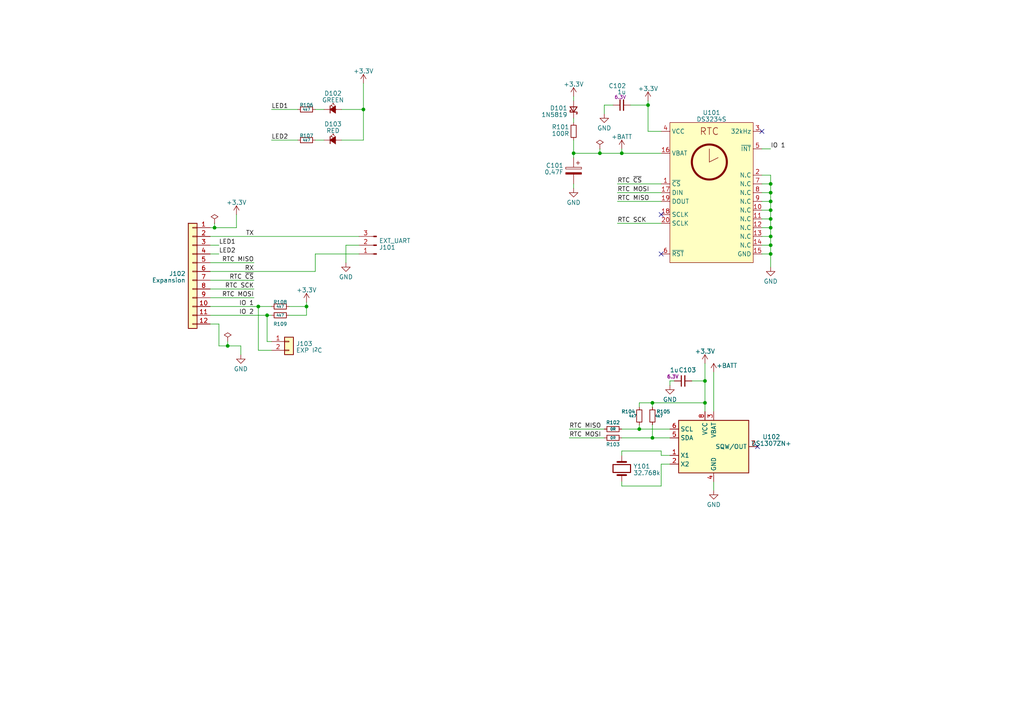
<source format=kicad_sch>
(kicad_sch (version 20230121) (generator eeschema)

  (uuid c4e11795-7352-4eef-b441-c2ecfc8ad3b0)

  (paper "A4")

  (lib_symbols
    (symbol "Connector:Conn_01x03_Pin" (pin_names (offset 1.016) hide) (in_bom yes) (on_board yes)
      (property "Reference" "J" (at 0 5.08 0)
        (effects (font (size 1.27 1.27)))
      )
      (property "Value" "Conn_01x03_Pin" (at 0 -5.08 0)
        (effects (font (size 1.27 1.27)))
      )
      (property "Footprint" "" (at 0 0 0)
        (effects (font (size 1.27 1.27)) hide)
      )
      (property "Datasheet" "~" (at 0 0 0)
        (effects (font (size 1.27 1.27)) hide)
      )
      (property "ki_locked" "" (at 0 0 0)
        (effects (font (size 1.27 1.27)))
      )
      (property "ki_keywords" "connector" (at 0 0 0)
        (effects (font (size 1.27 1.27)) hide)
      )
      (property "ki_description" "Generic connector, single row, 01x03, script generated" (at 0 0 0)
        (effects (font (size 1.27 1.27)) hide)
      )
      (property "ki_fp_filters" "Connector*:*_1x??_*" (at 0 0 0)
        (effects (font (size 1.27 1.27)) hide)
      )
      (symbol "Conn_01x03_Pin_1_1"
        (polyline
          (pts
            (xy 1.27 -2.54)
            (xy 0.8636 -2.54)
          )
          (stroke (width 0.1524) (type default))
          (fill (type none))
        )
        (polyline
          (pts
            (xy 1.27 0)
            (xy 0.8636 0)
          )
          (stroke (width 0.1524) (type default))
          (fill (type none))
        )
        (polyline
          (pts
            (xy 1.27 2.54)
            (xy 0.8636 2.54)
          )
          (stroke (width 0.1524) (type default))
          (fill (type none))
        )
        (rectangle (start 0.8636 -2.413) (end 0 -2.667)
          (stroke (width 0.1524) (type default))
          (fill (type outline))
        )
        (rectangle (start 0.8636 0.127) (end 0 -0.127)
          (stroke (width 0.1524) (type default))
          (fill (type outline))
        )
        (rectangle (start 0.8636 2.667) (end 0 2.413)
          (stroke (width 0.1524) (type default))
          (fill (type outline))
        )
        (pin passive line (at 5.08 2.54 180) (length 3.81)
          (name "Pin_1" (effects (font (size 1.27 1.27))))
          (number "1" (effects (font (size 1.27 1.27))))
        )
        (pin passive line (at 5.08 0 180) (length 3.81)
          (name "Pin_2" (effects (font (size 1.27 1.27))))
          (number "2" (effects (font (size 1.27 1.27))))
        )
        (pin passive line (at 5.08 -2.54 180) (length 3.81)
          (name "Pin_3" (effects (font (size 1.27 1.27))))
          (number "3" (effects (font (size 1.27 1.27))))
        )
      )
    )
    (symbol "Connector_Generic:Conn_01x02" (pin_names (offset 1.016) hide) (in_bom yes) (on_board yes)
      (property "Reference" "J" (at 0 2.54 0)
        (effects (font (size 1.27 1.27)))
      )
      (property "Value" "Conn_01x02" (at 0 -5.08 0)
        (effects (font (size 1.27 1.27)))
      )
      (property "Footprint" "" (at 0 0 0)
        (effects (font (size 1.27 1.27)) hide)
      )
      (property "Datasheet" "~" (at 0 0 0)
        (effects (font (size 1.27 1.27)) hide)
      )
      (property "ki_keywords" "connector" (at 0 0 0)
        (effects (font (size 1.27 1.27)) hide)
      )
      (property "ki_description" "Generic connector, single row, 01x02, script generated (kicad-library-utils/schlib/autogen/connector/)" (at 0 0 0)
        (effects (font (size 1.27 1.27)) hide)
      )
      (property "ki_fp_filters" "Connector*:*_1x??_*" (at 0 0 0)
        (effects (font (size 1.27 1.27)) hide)
      )
      (symbol "Conn_01x02_1_1"
        (rectangle (start -1.27 -2.413) (end 0 -2.667)
          (stroke (width 0.1524) (type default))
          (fill (type none))
        )
        (rectangle (start -1.27 0.127) (end 0 -0.127)
          (stroke (width 0.1524) (type default))
          (fill (type none))
        )
        (rectangle (start -1.27 1.27) (end 1.27 -3.81)
          (stroke (width 0.254) (type default))
          (fill (type background))
        )
        (pin passive line (at -5.08 0 0) (length 3.81)
          (name "Pin_1" (effects (font (size 1.27 1.27))))
          (number "1" (effects (font (size 1.27 1.27))))
        )
        (pin passive line (at -5.08 -2.54 0) (length 3.81)
          (name "Pin_2" (effects (font (size 1.27 1.27))))
          (number "2" (effects (font (size 1.27 1.27))))
        )
      )
    )
    (symbol "Connector_Generic:Conn_01x12" (pin_names (offset 1.016) hide) (in_bom yes) (on_board yes)
      (property "Reference" "J" (at 0 15.24 0)
        (effects (font (size 1.27 1.27)))
      )
      (property "Value" "Conn_01x12" (at 0 -17.78 0)
        (effects (font (size 1.27 1.27)))
      )
      (property "Footprint" "" (at 0 0 0)
        (effects (font (size 1.27 1.27)) hide)
      )
      (property "Datasheet" "~" (at 0 0 0)
        (effects (font (size 1.27 1.27)) hide)
      )
      (property "ki_keywords" "connector" (at 0 0 0)
        (effects (font (size 1.27 1.27)) hide)
      )
      (property "ki_description" "Generic connector, single row, 01x12, script generated (kicad-library-utils/schlib/autogen/connector/)" (at 0 0 0)
        (effects (font (size 1.27 1.27)) hide)
      )
      (property "ki_fp_filters" "Connector*:*_1x??_*" (at 0 0 0)
        (effects (font (size 1.27 1.27)) hide)
      )
      (symbol "Conn_01x12_1_1"
        (rectangle (start -1.27 -15.113) (end 0 -15.367)
          (stroke (width 0.1524) (type default))
          (fill (type none))
        )
        (rectangle (start -1.27 -12.573) (end 0 -12.827)
          (stroke (width 0.1524) (type default))
          (fill (type none))
        )
        (rectangle (start -1.27 -10.033) (end 0 -10.287)
          (stroke (width 0.1524) (type default))
          (fill (type none))
        )
        (rectangle (start -1.27 -7.493) (end 0 -7.747)
          (stroke (width 0.1524) (type default))
          (fill (type none))
        )
        (rectangle (start -1.27 -4.953) (end 0 -5.207)
          (stroke (width 0.1524) (type default))
          (fill (type none))
        )
        (rectangle (start -1.27 -2.413) (end 0 -2.667)
          (stroke (width 0.1524) (type default))
          (fill (type none))
        )
        (rectangle (start -1.27 0.127) (end 0 -0.127)
          (stroke (width 0.1524) (type default))
          (fill (type none))
        )
        (rectangle (start -1.27 2.667) (end 0 2.413)
          (stroke (width 0.1524) (type default))
          (fill (type none))
        )
        (rectangle (start -1.27 5.207) (end 0 4.953)
          (stroke (width 0.1524) (type default))
          (fill (type none))
        )
        (rectangle (start -1.27 7.747) (end 0 7.493)
          (stroke (width 0.1524) (type default))
          (fill (type none))
        )
        (rectangle (start -1.27 10.287) (end 0 10.033)
          (stroke (width 0.1524) (type default))
          (fill (type none))
        )
        (rectangle (start -1.27 12.827) (end 0 12.573)
          (stroke (width 0.1524) (type default))
          (fill (type none))
        )
        (rectangle (start -1.27 13.97) (end 1.27 -16.51)
          (stroke (width 0.254) (type default))
          (fill (type background))
        )
        (pin passive line (at -5.08 12.7 0) (length 3.81)
          (name "Pin_1" (effects (font (size 1.27 1.27))))
          (number "1" (effects (font (size 1.27 1.27))))
        )
        (pin passive line (at -5.08 -10.16 0) (length 3.81)
          (name "Pin_10" (effects (font (size 1.27 1.27))))
          (number "10" (effects (font (size 1.27 1.27))))
        )
        (pin passive line (at -5.08 -12.7 0) (length 3.81)
          (name "Pin_11" (effects (font (size 1.27 1.27))))
          (number "11" (effects (font (size 1.27 1.27))))
        )
        (pin passive line (at -5.08 -15.24 0) (length 3.81)
          (name "Pin_12" (effects (font (size 1.27 1.27))))
          (number "12" (effects (font (size 1.27 1.27))))
        )
        (pin passive line (at -5.08 10.16 0) (length 3.81)
          (name "Pin_2" (effects (font (size 1.27 1.27))))
          (number "2" (effects (font (size 1.27 1.27))))
        )
        (pin passive line (at -5.08 7.62 0) (length 3.81)
          (name "Pin_3" (effects (font (size 1.27 1.27))))
          (number "3" (effects (font (size 1.27 1.27))))
        )
        (pin passive line (at -5.08 5.08 0) (length 3.81)
          (name "Pin_4" (effects (font (size 1.27 1.27))))
          (number "4" (effects (font (size 1.27 1.27))))
        )
        (pin passive line (at -5.08 2.54 0) (length 3.81)
          (name "Pin_5" (effects (font (size 1.27 1.27))))
          (number "5" (effects (font (size 1.27 1.27))))
        )
        (pin passive line (at -5.08 0 0) (length 3.81)
          (name "Pin_6" (effects (font (size 1.27 1.27))))
          (number "6" (effects (font (size 1.27 1.27))))
        )
        (pin passive line (at -5.08 -2.54 0) (length 3.81)
          (name "Pin_7" (effects (font (size 1.27 1.27))))
          (number "7" (effects (font (size 1.27 1.27))))
        )
        (pin passive line (at -5.08 -5.08 0) (length 3.81)
          (name "Pin_8" (effects (font (size 1.27 1.27))))
          (number "8" (effects (font (size 1.27 1.27))))
        )
        (pin passive line (at -5.08 -7.62 0) (length 3.81)
          (name "Pin_9" (effects (font (size 1.27 1.27))))
          (number "9" (effects (font (size 1.27 1.27))))
        )
      )
    )
    (symbol "Device:C_Polarized" (pin_numbers hide) (pin_names (offset 0.254)) (in_bom yes) (on_board yes)
      (property "Reference" "C" (at 0.635 2.54 0)
        (effects (font (size 1.27 1.27)) (justify left))
      )
      (property "Value" "C_Polarized" (at 0.635 -2.54 0)
        (effects (font (size 1.27 1.27)) (justify left))
      )
      (property "Footprint" "" (at 0.9652 -3.81 0)
        (effects (font (size 1.27 1.27)) hide)
      )
      (property "Datasheet" "~" (at 0 0 0)
        (effects (font (size 1.27 1.27)) hide)
      )
      (property "ki_keywords" "cap capacitor" (at 0 0 0)
        (effects (font (size 1.27 1.27)) hide)
      )
      (property "ki_description" "Polarized capacitor" (at 0 0 0)
        (effects (font (size 1.27 1.27)) hide)
      )
      (property "ki_fp_filters" "CP_*" (at 0 0 0)
        (effects (font (size 1.27 1.27)) hide)
      )
      (symbol "C_Polarized_0_1"
        (rectangle (start -2.286 0.508) (end 2.286 1.016)
          (stroke (width 0) (type default))
          (fill (type none))
        )
        (polyline
          (pts
            (xy -1.778 2.286)
            (xy -0.762 2.286)
          )
          (stroke (width 0) (type default))
          (fill (type none))
        )
        (polyline
          (pts
            (xy -1.27 2.794)
            (xy -1.27 1.778)
          )
          (stroke (width 0) (type default))
          (fill (type none))
        )
        (rectangle (start 2.286 -0.508) (end -2.286 -1.016)
          (stroke (width 0) (type default))
          (fill (type outline))
        )
      )
      (symbol "C_Polarized_1_1"
        (pin passive line (at 0 3.81 270) (length 2.794)
          (name "~" (effects (font (size 1.27 1.27))))
          (number "1" (effects (font (size 1.27 1.27))))
        )
        (pin passive line (at 0 -3.81 90) (length 2.794)
          (name "~" (effects (font (size 1.27 1.27))))
          (number "2" (effects (font (size 1.27 1.27))))
        )
      )
    )
    (symbol "Device:C_Small" (pin_numbers hide) (pin_names (offset 0.254) hide) (in_bom yes) (on_board yes)
      (property "Reference" "C" (at 0.254 1.778 0)
        (effects (font (size 1.27 1.27)) (justify left))
      )
      (property "Value" "C_Small" (at 0.254 -2.032 0)
        (effects (font (size 1.27 1.27)) (justify left))
      )
      (property "Footprint" "" (at 0 0 0)
        (effects (font (size 1.27 1.27)) hide)
      )
      (property "Datasheet" "~" (at 0 0 0)
        (effects (font (size 1.27 1.27)) hide)
      )
      (property "ki_keywords" "capacitor cap" (at 0 0 0)
        (effects (font (size 1.27 1.27)) hide)
      )
      (property "ki_description" "Unpolarized capacitor, small symbol" (at 0 0 0)
        (effects (font (size 1.27 1.27)) hide)
      )
      (property "ki_fp_filters" "C_*" (at 0 0 0)
        (effects (font (size 1.27 1.27)) hide)
      )
      (symbol "C_Small_0_1"
        (polyline
          (pts
            (xy -1.524 -0.508)
            (xy 1.524 -0.508)
          )
          (stroke (width 0.3302) (type default))
          (fill (type none))
        )
        (polyline
          (pts
            (xy -1.524 0.508)
            (xy 1.524 0.508)
          )
          (stroke (width 0.3048) (type default))
          (fill (type none))
        )
      )
      (symbol "C_Small_1_1"
        (pin passive line (at 0 2.54 270) (length 2.032)
          (name "~" (effects (font (size 1.27 1.27))))
          (number "1" (effects (font (size 1.27 1.27))))
        )
        (pin passive line (at 0 -2.54 90) (length 2.032)
          (name "~" (effects (font (size 1.27 1.27))))
          (number "2" (effects (font (size 1.27 1.27))))
        )
      )
    )
    (symbol "Device:Crystal" (pin_numbers hide) (pin_names (offset 1.016) hide) (in_bom yes) (on_board yes)
      (property "Reference" "Y" (at 0 3.81 0)
        (effects (font (size 1.27 1.27)))
      )
      (property "Value" "Crystal" (at 0 -3.81 0)
        (effects (font (size 1.27 1.27)))
      )
      (property "Footprint" "" (at 0 0 0)
        (effects (font (size 1.27 1.27)) hide)
      )
      (property "Datasheet" "~" (at 0 0 0)
        (effects (font (size 1.27 1.27)) hide)
      )
      (property "ki_keywords" "quartz ceramic resonator oscillator" (at 0 0 0)
        (effects (font (size 1.27 1.27)) hide)
      )
      (property "ki_description" "Two pin crystal" (at 0 0 0)
        (effects (font (size 1.27 1.27)) hide)
      )
      (property "ki_fp_filters" "Crystal*" (at 0 0 0)
        (effects (font (size 1.27 1.27)) hide)
      )
      (symbol "Crystal_0_1"
        (rectangle (start -1.143 2.54) (end 1.143 -2.54)
          (stroke (width 0.3048) (type default))
          (fill (type none))
        )
        (polyline
          (pts
            (xy -2.54 0)
            (xy -1.905 0)
          )
          (stroke (width 0) (type default))
          (fill (type none))
        )
        (polyline
          (pts
            (xy -1.905 -1.27)
            (xy -1.905 1.27)
          )
          (stroke (width 0.508) (type default))
          (fill (type none))
        )
        (polyline
          (pts
            (xy 1.905 -1.27)
            (xy 1.905 1.27)
          )
          (stroke (width 0.508) (type default))
          (fill (type none))
        )
        (polyline
          (pts
            (xy 2.54 0)
            (xy 1.905 0)
          )
          (stroke (width 0) (type default))
          (fill (type none))
        )
      )
      (symbol "Crystal_1_1"
        (pin passive line (at -3.81 0 0) (length 1.27)
          (name "1" (effects (font (size 1.27 1.27))))
          (number "1" (effects (font (size 1.27 1.27))))
        )
        (pin passive line (at 3.81 0 180) (length 1.27)
          (name "2" (effects (font (size 1.27 1.27))))
          (number "2" (effects (font (size 1.27 1.27))))
        )
      )
    )
    (symbol "Device:D_Schottky_Small" (pin_numbers hide) (pin_names (offset 0.254) hide) (in_bom yes) (on_board yes)
      (property "Reference" "D" (at -1.27 2.032 0)
        (effects (font (size 1.27 1.27)) (justify left))
      )
      (property "Value" "D_Schottky_Small" (at -7.112 -2.032 0)
        (effects (font (size 1.27 1.27)) (justify left))
      )
      (property "Footprint" "" (at 0 0 90)
        (effects (font (size 1.27 1.27)) hide)
      )
      (property "Datasheet" "~" (at 0 0 90)
        (effects (font (size 1.27 1.27)) hide)
      )
      (property "ki_keywords" "diode Schottky" (at 0 0 0)
        (effects (font (size 1.27 1.27)) hide)
      )
      (property "ki_description" "Schottky diode, small symbol" (at 0 0 0)
        (effects (font (size 1.27 1.27)) hide)
      )
      (property "ki_fp_filters" "TO-???* *_Diode_* *SingleDiode* D_*" (at 0 0 0)
        (effects (font (size 1.27 1.27)) hide)
      )
      (symbol "D_Schottky_Small_0_1"
        (polyline
          (pts
            (xy -0.762 0)
            (xy 0.762 0)
          )
          (stroke (width 0) (type default))
          (fill (type none))
        )
        (polyline
          (pts
            (xy 0.762 -1.016)
            (xy -0.762 0)
            (xy 0.762 1.016)
            (xy 0.762 -1.016)
          )
          (stroke (width 0.254) (type default))
          (fill (type none))
        )
        (polyline
          (pts
            (xy -1.27 0.762)
            (xy -1.27 1.016)
            (xy -0.762 1.016)
            (xy -0.762 -1.016)
            (xy -0.254 -1.016)
            (xy -0.254 -0.762)
          )
          (stroke (width 0.254) (type default))
          (fill (type none))
        )
      )
      (symbol "D_Schottky_Small_1_1"
        (pin passive line (at -2.54 0 0) (length 1.778)
          (name "K" (effects (font (size 1.27 1.27))))
          (number "1" (effects (font (size 1.27 1.27))))
        )
        (pin passive line (at 2.54 0 180) (length 1.778)
          (name "A" (effects (font (size 1.27 1.27))))
          (number "2" (effects (font (size 1.27 1.27))))
        )
      )
    )
    (symbol "Device:LED_Small_Filled" (pin_numbers hide) (pin_names (offset 0.254) hide) (in_bom yes) (on_board yes)
      (property "Reference" "D" (at -1.27 3.175 0)
        (effects (font (size 1.27 1.27)) (justify left))
      )
      (property "Value" "LED_Small_Filled" (at -4.445 -2.54 0)
        (effects (font (size 1.27 1.27)) (justify left))
      )
      (property "Footprint" "" (at 0 0 90)
        (effects (font (size 1.27 1.27)) hide)
      )
      (property "Datasheet" "~" (at 0 0 90)
        (effects (font (size 1.27 1.27)) hide)
      )
      (property "ki_keywords" "LED diode light-emitting-diode" (at 0 0 0)
        (effects (font (size 1.27 1.27)) hide)
      )
      (property "ki_description" "Light emitting diode, small symbol, filled shape" (at 0 0 0)
        (effects (font (size 1.27 1.27)) hide)
      )
      (property "ki_fp_filters" "LED* LED_SMD:* LED_THT:*" (at 0 0 0)
        (effects (font (size 1.27 1.27)) hide)
      )
      (symbol "LED_Small_Filled_0_1"
        (polyline
          (pts
            (xy -0.762 -1.016)
            (xy -0.762 1.016)
          )
          (stroke (width 0.254) (type default))
          (fill (type none))
        )
        (polyline
          (pts
            (xy 1.016 0)
            (xy -0.762 0)
          )
          (stroke (width 0) (type default))
          (fill (type none))
        )
        (polyline
          (pts
            (xy 0.762 -1.016)
            (xy -0.762 0)
            (xy 0.762 1.016)
            (xy 0.762 -1.016)
          )
          (stroke (width 0.254) (type default))
          (fill (type outline))
        )
        (polyline
          (pts
            (xy 0 0.762)
            (xy -0.508 1.27)
            (xy -0.254 1.27)
            (xy -0.508 1.27)
            (xy -0.508 1.016)
          )
          (stroke (width 0) (type default))
          (fill (type none))
        )
        (polyline
          (pts
            (xy 0.508 1.27)
            (xy 0 1.778)
            (xy 0.254 1.778)
            (xy 0 1.778)
            (xy 0 1.524)
          )
          (stroke (width 0) (type default))
          (fill (type none))
        )
      )
      (symbol "LED_Small_Filled_1_1"
        (pin passive line (at -2.54 0 0) (length 1.778)
          (name "K" (effects (font (size 1.27 1.27))))
          (number "1" (effects (font (size 1.27 1.27))))
        )
        (pin passive line (at 2.54 0 180) (length 1.778)
          (name "A" (effects (font (size 1.27 1.27))))
          (number "2" (effects (font (size 1.27 1.27))))
        )
      )
    )
    (symbol "Device:R_Small" (pin_numbers hide) (pin_names (offset 0.254) hide) (in_bom yes) (on_board yes)
      (property "Reference" "R" (at 0.762 0.508 0)
        (effects (font (size 1.27 1.27)) (justify left))
      )
      (property "Value" "R_Small" (at 0.762 -1.016 0)
        (effects (font (size 1.27 1.27)) (justify left))
      )
      (property "Footprint" "" (at 0 0 0)
        (effects (font (size 1.27 1.27)) hide)
      )
      (property "Datasheet" "~" (at 0 0 0)
        (effects (font (size 1.27 1.27)) hide)
      )
      (property "ki_keywords" "R resistor" (at 0 0 0)
        (effects (font (size 1.27 1.27)) hide)
      )
      (property "ki_description" "Resistor, small symbol" (at 0 0 0)
        (effects (font (size 1.27 1.27)) hide)
      )
      (property "ki_fp_filters" "R_*" (at 0 0 0)
        (effects (font (size 1.27 1.27)) hide)
      )
      (symbol "R_Small_0_1"
        (rectangle (start -0.762 1.778) (end 0.762 -1.778)
          (stroke (width 0.2032) (type default))
          (fill (type none))
        )
      )
      (symbol "R_Small_1_1"
        (pin passive line (at 0 2.54 270) (length 0.762)
          (name "~" (effects (font (size 1.27 1.27))))
          (number "1" (effects (font (size 1.27 1.27))))
        )
        (pin passive line (at 0 -2.54 90) (length 0.762)
          (name "~" (effects (font (size 1.27 1.27))))
          (number "2" (effects (font (size 1.27 1.27))))
        )
      )
    )
    (symbol "Findersee_parts:DS3234S" (in_bom yes) (on_board yes)
      (property "Reference" "U?" (at 0 16.51 0)
        (effects (font (size 1.27 1.27)) (justify left))
      )
      (property "Value" "DS3234S" (at 19.05 16.51 0)
        (effects (font (size 1.27 1.27)))
      )
      (property "Footprint" "Package_SO:SOIC-20W_7.5x12.8mm_P1.27mm" (at 22.86 -27.94 0)
        (effects (font (size 1.27 1.27)) hide)
      )
      (property "Datasheet" "" (at 20.32 2.54 0)
        (effects (font (size 1.27 1.27)) hide)
      )
      (property "Manufacturer" "Maxim" (at 3.81 -30.48 0)
        (effects (font (size 1.27 1.27)) hide)
      )
      (symbol "DS3234S_0_0"
        (pin input line (at -2.54 -2.54 0) (length 2.54)
          (name "~{CS}" (effects (font (size 1.27 1.27))))
          (number "1" (effects (font (size 1.27 1.27))))
        )
        (pin passive line (at 26.67 -10.16 180) (length 2.54)
          (name "N.C" (effects (font (size 1.27 1.27))))
          (number "10" (effects (font (size 1.27 1.27))))
        )
        (pin passive line (at 26.67 -12.7 180) (length 2.54)
          (name "N.C" (effects (font (size 1.27 1.27))))
          (number "11" (effects (font (size 1.27 1.27))))
        )
        (pin passive line (at 26.67 -15.24 180) (length 2.54)
          (name "N.C" (effects (font (size 1.27 1.27))))
          (number "12" (effects (font (size 1.27 1.27))))
        )
        (pin passive line (at 26.67 -17.78 180) (length 2.54)
          (name "N.C" (effects (font (size 1.27 1.27))))
          (number "13" (effects (font (size 1.27 1.27))))
        )
        (pin passive line (at 26.67 -20.32 180) (length 2.54)
          (name "N.C" (effects (font (size 1.27 1.27))))
          (number "14" (effects (font (size 1.27 1.27))))
        )
        (pin power_in line (at 26.67 -22.86 180) (length 2.54)
          (name "GND" (effects (font (size 1.27 1.27))))
          (number "15" (effects (font (size 1.27 1.27))))
        )
        (pin power_in line (at -2.54 6.35 0) (length 2.54)
          (name "VBAT" (effects (font (size 1.27 1.27))))
          (number "16" (effects (font (size 1.27 1.27))))
        )
        (pin input line (at -2.54 -5.08 0) (length 2.54)
          (name "DIN" (effects (font (size 1.27 1.27))))
          (number "17" (effects (font (size 1.27 1.27))))
        )
        (pin input line (at -2.54 -11.43 0) (length 2.54)
          (name "SCLK" (effects (font (size 1.27 1.27))))
          (number "18" (effects (font (size 1.27 1.27))))
        )
        (pin output line (at -2.54 -7.62 0) (length 2.54)
          (name "DOUT" (effects (font (size 1.27 1.27))))
          (number "19" (effects (font (size 1.27 1.27))))
        )
        (pin passive line (at 26.67 0 180) (length 2.54)
          (name "N.C" (effects (font (size 1.27 1.27))))
          (number "2" (effects (font (size 1.27 1.27))))
        )
        (pin input line (at -2.54 -13.97 0) (length 2.54)
          (name "SCLK" (effects (font (size 1.27 1.27))))
          (number "20" (effects (font (size 1.27 1.27))))
        )
        (pin output line (at 26.67 12.7 180) (length 2.54)
          (name "32kHz" (effects (font (size 1.27 1.27))))
          (number "3" (effects (font (size 1.27 1.27))))
        )
        (pin power_in line (at -2.54 12.7 0) (length 2.54)
          (name "VCC" (effects (font (size 1.27 1.27))))
          (number "4" (effects (font (size 1.27 1.27))))
        )
        (pin output line (at 26.67 7.62 180) (length 2.54)
          (name "~{INT}" (effects (font (size 1.27 1.27))))
          (number "5" (effects (font (size 1.27 1.27))))
          (alternate "SQW" output clock)
        )
        (pin input line (at -2.54 -22.86 0) (length 2.54)
          (name "~{RST}" (effects (font (size 1.27 1.27))))
          (number "6" (effects (font (size 1.27 1.27))))
        )
        (pin passive line (at 26.67 -2.54 180) (length 2.54)
          (name "N.C" (effects (font (size 1.27 1.27))))
          (number "7" (effects (font (size 1.27 1.27))))
        )
        (pin passive line (at 26.67 -5.08 180) (length 2.54)
          (name "N.C" (effects (font (size 1.27 1.27))))
          (number "8" (effects (font (size 1.27 1.27))))
        )
        (pin passive line (at 26.67 -7.62 180) (length 2.54)
          (name "N.C" (effects (font (size 1.27 1.27))))
          (number "9" (effects (font (size 1.27 1.27))))
        )
      )
      (symbol "DS3234S_0_1"
        (polyline
          (pts
            (xy 11.43 3.81)
            (xy 11.43 7.62)
          )
          (stroke (width 0) (type default))
          (fill (type none))
        )
        (polyline
          (pts
            (xy 11.43 3.81)
            (xy 13.97 5.08)
          )
          (stroke (width 0) (type default))
          (fill (type none))
        )
        (rectangle (start 0 15.24) (end 24.13 -25.4)
          (stroke (width 0) (type default))
          (fill (type background))
        )
        (circle (center 11.43 3.81) (radius 5.08)
          (stroke (width 0.6) (type default))
          (fill (type none))
        )
        (text "RTC" (at 11.43 12.7 0)
          (effects (font (size 2 2)))
        )
      )
    )
    (symbol "Timer_RTC:DS1307ZN+" (in_bom yes) (on_board yes)
      (property "Reference" "U" (at -8.89 8.89 0)
        (effects (font (size 1.27 1.27)))
      )
      (property "Value" "DS1307ZN+" (at 1.27 8.89 0)
        (effects (font (size 1.27 1.27)) (justify left))
      )
      (property "Footprint" "Package_SO:SOIC-8_3.9x4.9mm_P1.27mm" (at 0 -12.7 0)
        (effects (font (size 1.27 1.27)) hide)
      )
      (property "Datasheet" "https://datasheets.maximintegrated.com/en/ds/DS1307.pdf" (at 0 0 0)
        (effects (font (size 1.27 1.27)) hide)
      )
      (property "ki_keywords" "RTC, I2C Timekeeping Chip" (at 0 0 0)
        (effects (font (size 1.27 1.27)) hide)
      )
      (property "ki_description" "64 x 8, Serial, I2C Real-time clock, 4.5V to 5.5V VCC, -40°C to +85°C, SOIC-8" (at 0 0 0)
        (effects (font (size 1.27 1.27)) hide)
      )
      (property "ki_fp_filters" "SOIC*3.9x4.9mm?P1.27mm*" (at 0 0 0)
        (effects (font (size 1.27 1.27)) hide)
      )
      (symbol "DS1307ZN+_0_1"
        (rectangle (start -10.16 7.62) (end 10.16 -7.62)
          (stroke (width 0.254) (type default))
          (fill (type background))
        )
      )
      (symbol "DS1307ZN+_1_1"
        (pin input line (at -12.7 -2.54 0) (length 2.54)
          (name "X1" (effects (font (size 1.27 1.27))))
          (number "1" (effects (font (size 1.27 1.27))))
        )
        (pin input line (at -12.7 -5.08 0) (length 2.54)
          (name "X2" (effects (font (size 1.27 1.27))))
          (number "2" (effects (font (size 1.27 1.27))))
        )
        (pin power_in line (at 0 10.16 270) (length 2.54)
          (name "VBAT" (effects (font (size 1.27 1.27))))
          (number "3" (effects (font (size 1.27 1.27))))
        )
        (pin power_in line (at 0 -10.16 90) (length 2.54)
          (name "GND" (effects (font (size 1.27 1.27))))
          (number "4" (effects (font (size 1.27 1.27))))
        )
        (pin bidirectional line (at -12.7 2.54 0) (length 2.54)
          (name "SDA" (effects (font (size 1.27 1.27))))
          (number "5" (effects (font (size 1.27 1.27))))
        )
        (pin input line (at -12.7 5.08 0) (length 2.54)
          (name "SCL" (effects (font (size 1.27 1.27))))
          (number "6" (effects (font (size 1.27 1.27))))
        )
        (pin open_collector line (at 12.7 0 180) (length 2.54)
          (name "SQW/OUT" (effects (font (size 1.27 1.27))))
          (number "7" (effects (font (size 1.27 1.27))))
        )
        (pin power_in line (at -2.54 10.16 270) (length 2.54)
          (name "VCC" (effects (font (size 1.27 1.27))))
          (number "8" (effects (font (size 1.27 1.27))))
        )
      )
    )
    (symbol "power:+3.3V" (power) (pin_names (offset 0)) (in_bom yes) (on_board yes)
      (property "Reference" "#PWR" (at 0 -3.81 0)
        (effects (font (size 1.27 1.27)) hide)
      )
      (property "Value" "+3.3V" (at 0 3.556 0)
        (effects (font (size 1.27 1.27)))
      )
      (property "Footprint" "" (at 0 0 0)
        (effects (font (size 1.27 1.27)) hide)
      )
      (property "Datasheet" "" (at 0 0 0)
        (effects (font (size 1.27 1.27)) hide)
      )
      (property "ki_keywords" "global power" (at 0 0 0)
        (effects (font (size 1.27 1.27)) hide)
      )
      (property "ki_description" "Power symbol creates a global label with name \"+3.3V\"" (at 0 0 0)
        (effects (font (size 1.27 1.27)) hide)
      )
      (symbol "+3.3V_0_1"
        (polyline
          (pts
            (xy -0.762 1.27)
            (xy 0 2.54)
          )
          (stroke (width 0) (type default))
          (fill (type none))
        )
        (polyline
          (pts
            (xy 0 0)
            (xy 0 2.54)
          )
          (stroke (width 0) (type default))
          (fill (type none))
        )
        (polyline
          (pts
            (xy 0 2.54)
            (xy 0.762 1.27)
          )
          (stroke (width 0) (type default))
          (fill (type none))
        )
      )
      (symbol "+3.3V_1_1"
        (pin power_in line (at 0 0 90) (length 0) hide
          (name "+3.3V" (effects (font (size 1.27 1.27))))
          (number "1" (effects (font (size 1.27 1.27))))
        )
      )
    )
    (symbol "power:+BATT" (power) (pin_names (offset 0)) (in_bom yes) (on_board yes)
      (property "Reference" "#PWR" (at 0 -3.81 0)
        (effects (font (size 1.27 1.27)) hide)
      )
      (property "Value" "+BATT" (at 0 3.556 0)
        (effects (font (size 1.27 1.27)))
      )
      (property "Footprint" "" (at 0 0 0)
        (effects (font (size 1.27 1.27)) hide)
      )
      (property "Datasheet" "" (at 0 0 0)
        (effects (font (size 1.27 1.27)) hide)
      )
      (property "ki_keywords" "global power battery" (at 0 0 0)
        (effects (font (size 1.27 1.27)) hide)
      )
      (property "ki_description" "Power symbol creates a global label with name \"+BATT\"" (at 0 0 0)
        (effects (font (size 1.27 1.27)) hide)
      )
      (symbol "+BATT_0_1"
        (polyline
          (pts
            (xy -0.762 1.27)
            (xy 0 2.54)
          )
          (stroke (width 0) (type default))
          (fill (type none))
        )
        (polyline
          (pts
            (xy 0 0)
            (xy 0 2.54)
          )
          (stroke (width 0) (type default))
          (fill (type none))
        )
        (polyline
          (pts
            (xy 0 2.54)
            (xy 0.762 1.27)
          )
          (stroke (width 0) (type default))
          (fill (type none))
        )
      )
      (symbol "+BATT_1_1"
        (pin power_in line (at 0 0 90) (length 0) hide
          (name "+BATT" (effects (font (size 1.27 1.27))))
          (number "1" (effects (font (size 1.27 1.27))))
        )
      )
    )
    (symbol "power:GND" (power) (pin_names (offset 0)) (in_bom yes) (on_board yes)
      (property "Reference" "#PWR" (at 0 -6.35 0)
        (effects (font (size 1.27 1.27)) hide)
      )
      (property "Value" "GND" (at 0 -3.81 0)
        (effects (font (size 1.27 1.27)))
      )
      (property "Footprint" "" (at 0 0 0)
        (effects (font (size 1.27 1.27)) hide)
      )
      (property "Datasheet" "" (at 0 0 0)
        (effects (font (size 1.27 1.27)) hide)
      )
      (property "ki_keywords" "global power" (at 0 0 0)
        (effects (font (size 1.27 1.27)) hide)
      )
      (property "ki_description" "Power symbol creates a global label with name \"GND\" , ground" (at 0 0 0)
        (effects (font (size 1.27 1.27)) hide)
      )
      (symbol "GND_0_1"
        (polyline
          (pts
            (xy 0 0)
            (xy 0 -1.27)
            (xy 1.27 -1.27)
            (xy 0 -2.54)
            (xy -1.27 -1.27)
            (xy 0 -1.27)
          )
          (stroke (width 0) (type default))
          (fill (type none))
        )
      )
      (symbol "GND_1_1"
        (pin power_in line (at 0 0 270) (length 0) hide
          (name "GND" (effects (font (size 1.27 1.27))))
          (number "1" (effects (font (size 1.27 1.27))))
        )
      )
    )
    (symbol "power:PWR_FLAG" (power) (pin_numbers hide) (pin_names (offset 0) hide) (in_bom yes) (on_board yes)
      (property "Reference" "#FLG" (at 0 1.905 0)
        (effects (font (size 1.27 1.27)) hide)
      )
      (property "Value" "PWR_FLAG" (at 0 3.81 0)
        (effects (font (size 1.27 1.27)))
      )
      (property "Footprint" "" (at 0 0 0)
        (effects (font (size 1.27 1.27)) hide)
      )
      (property "Datasheet" "~" (at 0 0 0)
        (effects (font (size 1.27 1.27)) hide)
      )
      (property "ki_keywords" "flag power" (at 0 0 0)
        (effects (font (size 1.27 1.27)) hide)
      )
      (property "ki_description" "Special symbol for telling ERC where power comes from" (at 0 0 0)
        (effects (font (size 1.27 1.27)) hide)
      )
      (symbol "PWR_FLAG_0_0"
        (pin power_out line (at 0 0 90) (length 0)
          (name "pwr" (effects (font (size 1.27 1.27))))
          (number "1" (effects (font (size 1.27 1.27))))
        )
      )
      (symbol "PWR_FLAG_0_1"
        (polyline
          (pts
            (xy 0 0)
            (xy 0 1.27)
            (xy -1.016 1.905)
            (xy 0 2.54)
            (xy 1.016 1.905)
            (xy 0 1.27)
          )
          (stroke (width 0) (type default))
          (fill (type none))
        )
      )
    )
  )

  (junction (at 204.47 116.84) (diameter 0) (color 0 0 0 0)
    (uuid 00e55232-0dd8-4275-b1c6-d66a4cd6c214)
  )
  (junction (at 189.23 127) (diameter 0) (color 0 0 0 0)
    (uuid 0852a917-eeb0-47f3-a6ab-8fd3e5c6c702)
  )
  (junction (at 223.52 60.96) (diameter 0) (color 0 0 0 0)
    (uuid 3e35edb2-ab23-4e69-b9b1-60f4d4f4aafc)
  )
  (junction (at 223.52 73.66) (diameter 0) (color 0 0 0 0)
    (uuid 43791cae-1a98-44c1-90ac-b1602c3db66d)
  )
  (junction (at 189.23 116.84) (diameter 0) (color 0 0 0 0)
    (uuid 44623cc0-966a-4407-bdce-94884d1791ef)
  )
  (junction (at 223.52 53.34) (diameter 0) (color 0 0 0 0)
    (uuid 4fa21388-eaad-43bf-afe5-fa1971a653e1)
  )
  (junction (at 74.93 88.9) (diameter 0) (color 0 0 0 0)
    (uuid 50761f91-6ca5-4eab-aa7a-aee672de7b83)
  )
  (junction (at 77.47 91.44) (diameter 0) (color 0 0 0 0)
    (uuid 52e7dcca-67bb-4260-afff-da1d486e8761)
  )
  (junction (at 62.23 66.04) (diameter 0) (color 0 0 0 0)
    (uuid 57a461ba-e0b4-487f-abf0-0ab416bcb65b)
  )
  (junction (at 204.47 110.49) (diameter 0) (color 0 0 0 0)
    (uuid 6660a335-e9d3-441b-9dcd-4e345495bf47)
  )
  (junction (at 223.52 58.42) (diameter 0) (color 0 0 0 0)
    (uuid 678d2d6a-ae6d-43f3-bc78-0e159625631c)
  )
  (junction (at 223.52 55.88) (diameter 0) (color 0 0 0 0)
    (uuid 75d3a95b-ca96-4be0-aae5-e24f1cca1a4c)
  )
  (junction (at 185.42 124.46) (diameter 0) (color 0 0 0 0)
    (uuid 8797a6a6-25ed-4d05-831f-14fccbb12797)
  )
  (junction (at 180.34 44.45) (diameter 0) (color 0 0 0 0)
    (uuid a31202ac-e196-47d6-8b10-f9c7075e6cf9)
  )
  (junction (at 223.52 66.04) (diameter 0) (color 0 0 0 0)
    (uuid a535f625-e8fe-4855-bd4e-88adbc10aa8e)
  )
  (junction (at 88.9 88.9) (diameter 0) (color 0 0 0 0)
    (uuid baff3b8c-7c20-48af-b4a6-67fd63c719d3)
  )
  (junction (at 223.52 71.12) (diameter 0) (color 0 0 0 0)
    (uuid bf33897d-4fb0-4399-8ef7-a37a19f5ae1d)
  )
  (junction (at 105.41 31.75) (diameter 0) (color 0 0 0 0)
    (uuid c6748ea5-25fe-480f-a4bb-51104dfcb79e)
  )
  (junction (at 66.04 100.33) (diameter 0) (color 0 0 0 0)
    (uuid ccea0e58-54be-419f-8116-d8049bb71e1e)
  )
  (junction (at 187.96 30.48) (diameter 0) (color 0 0 0 0)
    (uuid e621451b-d3d5-4565-ae10-35e2655baf62)
  )
  (junction (at 166.37 44.45) (diameter 0) (color 0 0 0 0)
    (uuid ed08abc1-4915-4f2a-bff5-645971b4bee4)
  )
  (junction (at 173.99 44.45) (diameter 0) (color 0 0 0 0)
    (uuid f6e8e8d2-acaf-4aea-b2f6-3547c3e57838)
  )
  (junction (at 223.52 68.58) (diameter 0) (color 0 0 0 0)
    (uuid fc04b518-ad94-4133-89d8-78472ab99af8)
  )
  (junction (at 223.52 63.5) (diameter 0) (color 0 0 0 0)
    (uuid fe0f8776-4095-4896-99ec-cf559a32384f)
  )

  (no_connect (at 191.77 73.66) (uuid 27156087-7884-440f-91dd-a8a351ee7810))
  (no_connect (at 220.98 38.1) (uuid 32d317fd-f952-4879-ae2f-5a5a3a8f069e))
  (no_connect (at 219.71 129.54) (uuid 3b7cb8f8-5196-4348-8c8a-2820a48bbbdb))
  (no_connect (at 191.77 62.23) (uuid bb34ffc0-4d9b-4d76-9802-e86a21b8a571))

  (wire (pts (xy 189.23 127) (xy 194.31 127))
    (stroke (width 0) (type default))
    (uuid 0135b6cb-41e6-4bb7-bc88-5cdfcc88b3a2)
  )
  (wire (pts (xy 220.98 66.04) (xy 223.52 66.04))
    (stroke (width 0) (type default))
    (uuid 0167d454-591f-4966-918e-bc03d998d2c2)
  )
  (wire (pts (xy 223.52 68.58) (xy 223.52 71.12))
    (stroke (width 0) (type default))
    (uuid 040bfa13-a757-4556-b4c9-9adaee0d5985)
  )
  (wire (pts (xy 223.52 55.88) (xy 223.52 58.42))
    (stroke (width 0) (type default))
    (uuid 0532bbb8-1ec5-41f2-91af-90a72bf3f196)
  )
  (wire (pts (xy 179.07 58.42) (xy 191.77 58.42))
    (stroke (width 0) (type default))
    (uuid 075f5b96-5a39-4418-b4de-9e34a40df8fe)
  )
  (wire (pts (xy 60.96 71.12) (xy 63.5 71.12))
    (stroke (width 0) (type default))
    (uuid 0bb7a290-971b-4c3e-b2b3-6a8544cb7786)
  )
  (wire (pts (xy 88.9 88.9) (xy 88.9 87.63))
    (stroke (width 0) (type default))
    (uuid 0bd46ee0-1a77-4b7a-9c2a-63a567de4983)
  )
  (wire (pts (xy 68.58 66.04) (xy 62.23 66.04))
    (stroke (width 0) (type default))
    (uuid 0eafc90d-2e06-4477-b903-97e94f7359a6)
  )
  (wire (pts (xy 69.85 100.33) (xy 69.85 102.87))
    (stroke (width 0) (type default))
    (uuid 101090ab-1961-4cb3-a82f-26f532e13f6f)
  )
  (wire (pts (xy 62.23 64.77) (xy 62.23 66.04))
    (stroke (width 0) (type default))
    (uuid 1179886f-39a9-4d11-9932-c567e65449b9)
  )
  (wire (pts (xy 73.66 83.82) (xy 60.96 83.82))
    (stroke (width 0) (type default))
    (uuid 136c8d97-aa59-47bf-a3dd-1ed615258d3d)
  )
  (wire (pts (xy 60.96 91.44) (xy 77.47 91.44))
    (stroke (width 0) (type default))
    (uuid 13a0198f-2915-4c1e-a829-0120b8bd644c)
  )
  (wire (pts (xy 74.93 101.6) (xy 74.93 88.9))
    (stroke (width 0) (type default))
    (uuid 168437d1-080c-49aa-ae65-c2da3739cf91)
  )
  (wire (pts (xy 223.52 58.42) (xy 223.52 60.96))
    (stroke (width 0) (type default))
    (uuid 16a2b875-1475-4031-bad9-7033f311fad0)
  )
  (wire (pts (xy 60.96 73.66) (xy 63.5 73.66))
    (stroke (width 0) (type default))
    (uuid 16c113d9-f144-4422-b84e-becdffc2699b)
  )
  (wire (pts (xy 179.07 53.34) (xy 191.77 53.34))
    (stroke (width 0) (type default))
    (uuid 18ae18a1-1a07-4f66-af83-3ee279886548)
  )
  (wire (pts (xy 73.66 86.36) (xy 60.96 86.36))
    (stroke (width 0) (type default))
    (uuid 1a61d55a-5059-4bfc-94b2-0db0f30613d3)
  )
  (wire (pts (xy 223.52 50.8) (xy 223.52 53.34))
    (stroke (width 0) (type default))
    (uuid 1c9876d1-36e8-4a62-bc4b-4c722af81fda)
  )
  (wire (pts (xy 63.5 100.33) (xy 63.5 93.98))
    (stroke (width 0) (type default))
    (uuid 20523c26-b2f9-4d27-9cd8-f9e659637199)
  )
  (wire (pts (xy 185.42 123.19) (xy 185.42 124.46))
    (stroke (width 0) (type default))
    (uuid 20827413-77ee-413b-ab22-a3ef264c11db)
  )
  (wire (pts (xy 223.52 60.96) (xy 223.52 63.5))
    (stroke (width 0) (type default))
    (uuid 263dfd2c-9a6f-4a04-b086-1a4c9e560fb4)
  )
  (wire (pts (xy 105.41 40.64) (xy 105.41 31.75))
    (stroke (width 0) (type default))
    (uuid 2766b0ed-b0eb-410e-8697-07f5cbac084d)
  )
  (wire (pts (xy 220.98 53.34) (xy 223.52 53.34))
    (stroke (width 0) (type default))
    (uuid 2ead5124-c0fb-4f95-9d69-82bb3b72295f)
  )
  (wire (pts (xy 91.44 78.74) (xy 91.44 73.66))
    (stroke (width 0) (type default))
    (uuid 32d35ca0-cdf7-4b6f-a36d-a01bc14d93f1)
  )
  (wire (pts (xy 173.99 44.45) (xy 180.34 44.45))
    (stroke (width 0) (type default))
    (uuid 32f1a19b-065b-44c6-b104-1f9edbe16c66)
  )
  (wire (pts (xy 66.04 100.33) (xy 63.5 100.33))
    (stroke (width 0) (type default))
    (uuid 37245bc6-dc26-4fc8-9afa-8fd7b288d344)
  )
  (wire (pts (xy 175.26 30.48) (xy 175.26 33.02))
    (stroke (width 0) (type default))
    (uuid 3733767c-8bf9-479c-a6e3-1b9487ad7816)
  )
  (wire (pts (xy 91.44 73.66) (xy 104.14 73.66))
    (stroke (width 0) (type default))
    (uuid 38c82c95-584c-4079-93cb-47247120f17e)
  )
  (wire (pts (xy 220.98 43.18) (xy 223.52 43.18))
    (stroke (width 0) (type default))
    (uuid 41202a9c-0dbf-4f91-aa35-2c69f690fac4)
  )
  (wire (pts (xy 68.58 62.23) (xy 68.58 66.04))
    (stroke (width 0) (type default))
    (uuid 41588017-e02c-440d-a836-f2f0efb564ee)
  )
  (wire (pts (xy 182.88 30.48) (xy 187.96 30.48))
    (stroke (width 0) (type default))
    (uuid 420fa0d2-7384-425c-a967-5e0b5ac58271)
  )
  (wire (pts (xy 220.98 58.42) (xy 223.52 58.42))
    (stroke (width 0) (type default))
    (uuid 427060fa-5b9b-499d-ae91-b0e57b5dac4a)
  )
  (wire (pts (xy 166.37 34.29) (xy 166.37 35.56))
    (stroke (width 0) (type default))
    (uuid 439e3de0-0411-483e-a91f-1ef9161158da)
  )
  (wire (pts (xy 73.66 76.2) (xy 60.96 76.2))
    (stroke (width 0) (type default))
    (uuid 49080e86-9019-4318-a0c4-4d599661f7a6)
  )
  (wire (pts (xy 223.52 73.66) (xy 223.52 77.47))
    (stroke (width 0) (type default))
    (uuid 4ad386fa-bacc-477e-a990-46afabdfef94)
  )
  (wire (pts (xy 223.52 71.12) (xy 223.52 73.66))
    (stroke (width 0) (type default))
    (uuid 52b936f1-5df6-4f70-8eb0-44872fb7f38c)
  )
  (wire (pts (xy 91.44 31.75) (xy 93.98 31.75))
    (stroke (width 0) (type default))
    (uuid 53fe6647-8be5-4b3f-84d8-a78da5bdb0eb)
  )
  (wire (pts (xy 69.85 100.33) (xy 66.04 100.33))
    (stroke (width 0) (type default))
    (uuid 55e521d1-a089-4aaa-ac69-695b0f20285b)
  )
  (wire (pts (xy 191.77 140.97) (xy 180.34 140.97))
    (stroke (width 0) (type default))
    (uuid 5a1c4cfa-5c90-42ad-b7a0-fc5938b9a7c2)
  )
  (wire (pts (xy 223.52 53.34) (xy 223.52 55.88))
    (stroke (width 0) (type default))
    (uuid 5ad92cf6-21b4-4f94-93c5-d77d4617fb6b)
  )
  (wire (pts (xy 105.41 24.13) (xy 105.41 31.75))
    (stroke (width 0) (type default))
    (uuid 5c152c8e-1f13-4b6b-9952-6749feafd035)
  )
  (wire (pts (xy 179.07 55.88) (xy 191.77 55.88))
    (stroke (width 0) (type default))
    (uuid 5d7d829b-6a4f-40a2-b503-a3dcef5ed175)
  )
  (wire (pts (xy 191.77 132.08) (xy 194.31 132.08))
    (stroke (width 0) (type default))
    (uuid 64c87882-9dd6-41d1-9316-939912d6aa8a)
  )
  (wire (pts (xy 62.23 66.04) (xy 60.96 66.04))
    (stroke (width 0) (type default))
    (uuid 67405c30-b65d-40d4-9c39-3b56e83aab83)
  )
  (wire (pts (xy 180.34 43.18) (xy 180.34 44.45))
    (stroke (width 0) (type default))
    (uuid 6b3211d8-0cd5-4ad3-853e-db90e402a9f5)
  )
  (wire (pts (xy 185.42 124.46) (xy 194.31 124.46))
    (stroke (width 0) (type default))
    (uuid 6ea8008d-f37d-41b5-998c-983340a49a0b)
  )
  (wire (pts (xy 187.96 30.48) (xy 187.96 38.1))
    (stroke (width 0) (type default))
    (uuid 6eb4d87e-4001-43c5-ba4a-df9609d1818f)
  )
  (wire (pts (xy 180.34 127) (xy 189.23 127))
    (stroke (width 0) (type default))
    (uuid 6f1ba5ec-a01d-4221-8d81-9d5d4ce41c83)
  )
  (wire (pts (xy 204.47 116.84) (xy 189.23 116.84))
    (stroke (width 0) (type default))
    (uuid 6f6aef4e-e4ea-47f2-9e09-d1fc866383c7)
  )
  (wire (pts (xy 88.9 91.44) (xy 88.9 88.9))
    (stroke (width 0) (type default))
    (uuid 705aa1b4-df95-4be6-ada7-cb9e4efb7841)
  )
  (wire (pts (xy 220.98 63.5) (xy 223.52 63.5))
    (stroke (width 0) (type default))
    (uuid 71545d9d-d095-447e-bb0c-dd027b2ceb57)
  )
  (wire (pts (xy 63.5 93.98) (xy 60.96 93.98))
    (stroke (width 0) (type default))
    (uuid 73593d53-321f-426f-8492-45cd95ed5dec)
  )
  (wire (pts (xy 220.98 60.96) (xy 223.52 60.96))
    (stroke (width 0) (type default))
    (uuid 774df0e3-a6f8-47a1-87c8-3972ad81e7b2)
  )
  (wire (pts (xy 78.74 31.75) (xy 86.36 31.75))
    (stroke (width 0) (type default))
    (uuid 77904505-0f76-4103-b89d-a664283b8459)
  )
  (wire (pts (xy 78.74 101.6) (xy 74.93 101.6))
    (stroke (width 0) (type default))
    (uuid 7cb82bb8-871c-492c-a31c-6f6b7b22c0c5)
  )
  (wire (pts (xy 99.06 31.75) (xy 105.41 31.75))
    (stroke (width 0) (type default))
    (uuid 7f50096d-be86-43c7-97d5-fe1866818ad3)
  )
  (wire (pts (xy 220.98 73.66) (xy 223.52 73.66))
    (stroke (width 0) (type default))
    (uuid 7f68a2cb-43b4-44f5-b7d9-13709bb9046e)
  )
  (wire (pts (xy 194.31 110.49) (xy 194.31 111.76))
    (stroke (width 0) (type default))
    (uuid 829d1061-247e-4627-9a67-a1bd78d17478)
  )
  (wire (pts (xy 204.47 105.41) (xy 204.47 110.49))
    (stroke (width 0) (type default))
    (uuid 8457814d-66ac-4ea1-a3bf-f765de9280d8)
  )
  (wire (pts (xy 99.06 40.64) (xy 105.41 40.64))
    (stroke (width 0) (type default))
    (uuid 8610184a-9e91-4506-b819-1c959f1334fb)
  )
  (wire (pts (xy 191.77 38.1) (xy 187.96 38.1))
    (stroke (width 0) (type default))
    (uuid 87077dd5-22a2-49fe-ae39-e41df54ce922)
  )
  (wire (pts (xy 173.99 43.18) (xy 173.99 44.45))
    (stroke (width 0) (type default))
    (uuid 87a59e35-ac44-4943-bee1-1d55c3627913)
  )
  (wire (pts (xy 220.98 71.12) (xy 223.52 71.12))
    (stroke (width 0) (type default))
    (uuid 88165e6d-d2cd-4f41-9109-b5294e69e702)
  )
  (wire (pts (xy 194.31 134.62) (xy 191.77 134.62))
    (stroke (width 0) (type default))
    (uuid 89408291-713b-478a-aa97-91d63729e925)
  )
  (wire (pts (xy 191.77 134.62) (xy 191.77 140.97))
    (stroke (width 0) (type default))
    (uuid 8e8e4734-7486-41b6-8256-7e6a0260edda)
  )
  (wire (pts (xy 104.14 71.12) (xy 100.33 71.12))
    (stroke (width 0) (type default))
    (uuid 8eb70daf-db5a-452e-bbc2-2e96cf47721f)
  )
  (wire (pts (xy 179.07 64.77) (xy 191.77 64.77))
    (stroke (width 0) (type default))
    (uuid 8f507234-2f4e-497f-83de-d15583ce6665)
  )
  (wire (pts (xy 166.37 27.94) (xy 166.37 29.21))
    (stroke (width 0) (type default))
    (uuid 90a84990-a470-4d14-a24a-8f02654f2294)
  )
  (wire (pts (xy 60.96 68.58) (xy 104.14 68.58))
    (stroke (width 0) (type default))
    (uuid 90d6c020-2b1f-4e23-b033-4f1459b1e89c)
  )
  (wire (pts (xy 165.1 124.46) (xy 175.26 124.46))
    (stroke (width 0) (type default))
    (uuid 9ad59922-4f1e-4063-b9a8-54c86e3ea382)
  )
  (wire (pts (xy 187.96 29.21) (xy 187.96 30.48))
    (stroke (width 0) (type default))
    (uuid 9fc2ffd3-e85c-43a4-b390-8d50e7648ade)
  )
  (wire (pts (xy 220.98 50.8) (xy 223.52 50.8))
    (stroke (width 0) (type default))
    (uuid a4c9c33c-49d4-41ec-b954-5b3e3d2cda33)
  )
  (wire (pts (xy 166.37 44.45) (xy 166.37 45.72))
    (stroke (width 0) (type default))
    (uuid a6b1b9b0-880a-47e4-9bd4-5c935cc6f329)
  )
  (wire (pts (xy 189.23 118.11) (xy 189.23 116.84))
    (stroke (width 0) (type default))
    (uuid a91873ee-bbe9-440a-ac5f-9538c6e8751e)
  )
  (wire (pts (xy 165.1 127) (xy 175.26 127))
    (stroke (width 0) (type default))
    (uuid a9e909a9-e487-4d46-9d01-4655195061f5)
  )
  (wire (pts (xy 91.44 40.64) (xy 93.98 40.64))
    (stroke (width 0) (type default))
    (uuid b1e2d235-34cd-4633-9257-e8106149a65e)
  )
  (wire (pts (xy 180.34 132.08) (xy 180.34 130.81))
    (stroke (width 0) (type default))
    (uuid b4e80d7d-d816-4c32-9cea-f32d16574261)
  )
  (wire (pts (xy 180.34 44.45) (xy 191.77 44.45))
    (stroke (width 0) (type default))
    (uuid b910153f-578a-4530-a39e-783fe285dee0)
  )
  (wire (pts (xy 83.82 88.9) (xy 88.9 88.9))
    (stroke (width 0) (type default))
    (uuid bcb453d6-d87b-4140-9e96-554c949db898)
  )
  (wire (pts (xy 191.77 130.81) (xy 191.77 132.08))
    (stroke (width 0) (type default))
    (uuid c6290247-9c7b-4a3d-9c6a-60ca2b61cbef)
  )
  (wire (pts (xy 180.34 130.81) (xy 191.77 130.81))
    (stroke (width 0) (type default))
    (uuid ca268c94-6db9-41d5-83cc-189235767e5b)
  )
  (wire (pts (xy 166.37 44.45) (xy 173.99 44.45))
    (stroke (width 0) (type default))
    (uuid caa8fa11-fefc-4766-b2d3-fc6333a76bb5)
  )
  (wire (pts (xy 185.42 116.84) (xy 185.42 118.11))
    (stroke (width 0) (type default))
    (uuid ced65889-f1aa-406e-b48b-67caa6cf3b51)
  )
  (wire (pts (xy 204.47 110.49) (xy 204.47 116.84))
    (stroke (width 0) (type default))
    (uuid d10f306d-6e6a-476a-a560-e9ac25e875e0)
  )
  (wire (pts (xy 204.47 116.84) (xy 204.47 119.38))
    (stroke (width 0) (type default))
    (uuid d1d896d2-7443-4e03-8505-256af2d611a1)
  )
  (wire (pts (xy 223.52 63.5) (xy 223.52 66.04))
    (stroke (width 0) (type default))
    (uuid d20cb29b-5d8f-4409-8ef0-0fa4ab8e6864)
  )
  (wire (pts (xy 207.01 139.7) (xy 207.01 142.24))
    (stroke (width 0) (type default))
    (uuid d2e76920-5f6d-4368-8e91-41875a243d8e)
  )
  (wire (pts (xy 195.58 110.49) (xy 194.31 110.49))
    (stroke (width 0) (type default))
    (uuid d4fc1f32-d774-4a3a-8d5c-e28c4b18ee38)
  )
  (wire (pts (xy 77.47 99.06) (xy 77.47 91.44))
    (stroke (width 0) (type default))
    (uuid d529e1a6-1a6b-40ee-984f-b791409fe20d)
  )
  (wire (pts (xy 73.66 81.28) (xy 60.96 81.28))
    (stroke (width 0) (type default))
    (uuid d62ae5ed-2289-46c4-95b8-bd805072a60d)
  )
  (wire (pts (xy 223.52 66.04) (xy 223.52 68.58))
    (stroke (width 0) (type default))
    (uuid d6d60936-4990-4f47-b6d1-27552792f200)
  )
  (wire (pts (xy 60.96 88.9) (xy 74.93 88.9))
    (stroke (width 0) (type default))
    (uuid d75c494f-f313-4709-86b5-79f0aa8fe7c0)
  )
  (wire (pts (xy 166.37 53.34) (xy 166.37 54.61))
    (stroke (width 0) (type default))
    (uuid d76e6807-b110-4026-b4d5-b6fea7e87a57)
  )
  (wire (pts (xy 60.96 78.74) (xy 91.44 78.74))
    (stroke (width 0) (type default))
    (uuid d8ae729d-1a99-4ab4-b796-f90ddbbde219)
  )
  (wire (pts (xy 74.93 88.9) (xy 78.74 88.9))
    (stroke (width 0) (type default))
    (uuid d9f600cb-6a09-493a-8881-5e8d04afe86a)
  )
  (wire (pts (xy 66.04 99.06) (xy 66.04 100.33))
    (stroke (width 0) (type default))
    (uuid dedb900f-8092-41cd-94b3-2ce0bf0d7c62)
  )
  (wire (pts (xy 78.74 40.64) (xy 86.36 40.64))
    (stroke (width 0) (type default))
    (uuid e05f8984-3fb8-41e4-96e4-6100941a9199)
  )
  (wire (pts (xy 180.34 140.97) (xy 180.34 139.7))
    (stroke (width 0) (type default))
    (uuid e43739bf-3eb0-41b8-8536-91cbf0b1d5b9)
  )
  (wire (pts (xy 166.37 40.64) (xy 166.37 44.45))
    (stroke (width 0) (type default))
    (uuid ea2844c3-4679-475c-b4d3-a990a8322a02)
  )
  (wire (pts (xy 185.42 116.84) (xy 189.23 116.84))
    (stroke (width 0) (type default))
    (uuid ec8c0d89-e439-4c9e-a64e-9247fa299bc5)
  )
  (wire (pts (xy 220.98 68.58) (xy 223.52 68.58))
    (stroke (width 0) (type default))
    (uuid ed1ae493-ac15-4fbd-8fc6-341505a5ca01)
  )
  (wire (pts (xy 83.82 91.44) (xy 88.9 91.44))
    (stroke (width 0) (type default))
    (uuid f65379d3-70dc-4cc3-b0c4-05ba34dad7ab)
  )
  (wire (pts (xy 200.66 110.49) (xy 204.47 110.49))
    (stroke (width 0) (type default))
    (uuid f7ea9838-9c30-456a-a018-0d0272c28ea5)
  )
  (wire (pts (xy 180.34 124.46) (xy 185.42 124.46))
    (stroke (width 0) (type default))
    (uuid f80004dd-7991-4faf-b50c-6abb3a6f0835)
  )
  (wire (pts (xy 78.74 99.06) (xy 77.47 99.06))
    (stroke (width 0) (type default))
    (uuid f8544947-8538-453b-946e-41c4169a3544)
  )
  (wire (pts (xy 220.98 55.88) (xy 223.52 55.88))
    (stroke (width 0) (type default))
    (uuid f922b95e-d76f-4563-b8a6-c91dd4ae7a5d)
  )
  (wire (pts (xy 177.8 30.48) (xy 175.26 30.48))
    (stroke (width 0) (type default))
    (uuid f95f615d-0c7e-4fb6-b5e0-3673d8d4bc76)
  )
  (wire (pts (xy 100.33 71.12) (xy 100.33 76.2))
    (stroke (width 0) (type default))
    (uuid fa93d1e2-e9d1-4fc6-8830-ba4c6461817c)
  )
  (wire (pts (xy 77.47 91.44) (xy 78.74 91.44))
    (stroke (width 0) (type default))
    (uuid fb295cb8-248b-478d-9b98-b9c1f1d8515d)
  )
  (wire (pts (xy 207.01 107.95) (xy 207.01 119.38))
    (stroke (width 0) (type default))
    (uuid fe46b856-f55f-4e17-aeaf-9bf0aa9ed1ee)
  )
  (wire (pts (xy 189.23 123.19) (xy 189.23 127))
    (stroke (width 0) (type default))
    (uuid fe8d430d-561d-4e15-a13b-76d3e9bc0e38)
  )

  (label "RTC MISO" (at 165.1 124.46 0) (fields_autoplaced)
    (effects (font (size 1.27 1.27)) (justify left bottom))
    (uuid 2821fb78-f2a2-4908-8675-b7fe3a59b59e)
  )
  (label "RTC MOSI" (at 179.07 55.88 0) (fields_autoplaced)
    (effects (font (size 1.27 1.27)) (justify left bottom))
    (uuid 5a860f2d-5b92-47d3-8c98-ac01c3cfb47e)
  )
  (label "RTC SCK" (at 179.07 64.77 0) (fields_autoplaced)
    (effects (font (size 1.27 1.27)) (justify left bottom))
    (uuid 5aab1181-237f-4ae7-a81d-935b8d566241)
  )
  (label "RTC MISO" (at 73.66 76.2 180) (fields_autoplaced)
    (effects (font (size 1.27 1.27)) (justify right bottom))
    (uuid 67dee614-044e-4fc5-a686-d12946ebb35a)
  )
  (label "RTC MISO" (at 179.07 58.42 0) (fields_autoplaced)
    (effects (font (size 1.27 1.27)) (justify left bottom))
    (uuid 78e3ca70-7eb7-48e5-9cfb-6779ed9d1fef)
  )
  (label "LED2" (at 78.74 40.64 0) (fields_autoplaced)
    (effects (font (size 1.27 1.27)) (justify left bottom))
    (uuid 9c89d973-3003-4929-9ef1-34c4860a677b)
  )
  (label "IO 1" (at 73.66 88.9 180) (fields_autoplaced)
    (effects (font (size 1.27 1.27)) (justify right bottom))
    (uuid 9e8c65db-6662-4c60-bb73-525aa9c36d89)
  )
  (label "LED2" (at 63.5 73.66 0) (fields_autoplaced)
    (effects (font (size 1.27 1.27)) (justify left bottom))
    (uuid a6c39b6d-cc36-40e7-ba82-4456608aae9e)
  )
  (label "LED1" (at 63.5 71.12 0) (fields_autoplaced)
    (effects (font (size 1.27 1.27)) (justify left bottom))
    (uuid a700a15d-2672-4044-8aee-52329cb66524)
  )
  (label "RTC MOSI" (at 73.66 86.36 180) (fields_autoplaced)
    (effects (font (size 1.27 1.27)) (justify right bottom))
    (uuid a808400a-e70a-4c8a-b712-7f2da0c57be9)
  )
  (label "LED1" (at 78.74 31.75 0) (fields_autoplaced)
    (effects (font (size 1.27 1.27)) (justify left bottom))
    (uuid a819a8fa-7d86-43fa-a1ed-fc379be50a44)
  )
  (label "IO 1" (at 223.52 43.18 0) (fields_autoplaced)
    (effects (font (size 1.27 1.27)) (justify left bottom))
    (uuid b9801ba5-12d3-43ff-8ac3-8dd0a7fafa68)
  )
  (label "RTC SCK" (at 73.66 83.82 180) (fields_autoplaced)
    (effects (font (size 1.27 1.27)) (justify right bottom))
    (uuid d359b04d-6c9c-46e0-8836-a3fa139ba69d)
  )
  (label "RX" (at 73.66 78.74 180) (fields_autoplaced)
    (effects (font (size 1.27 1.27)) (justify right bottom))
    (uuid da9b213b-33aa-47ed-b63e-eefb3ac6d36a)
  )
  (label "IO 2" (at 73.66 91.44 180) (fields_autoplaced)
    (effects (font (size 1.27 1.27)) (justify right bottom))
    (uuid de5448c4-bfa5-4b59-b8e5-dedada23ca3d)
  )
  (label "RTC ~{CS}" (at 73.66 81.28 180) (fields_autoplaced)
    (effects (font (size 1.27 1.27)) (justify right bottom))
    (uuid e0787676-4a89-4ff0-8dfa-17ff70f31c51)
  )
  (label "TX" (at 73.66 68.58 180) (fields_autoplaced)
    (effects (font (size 1.27 1.27)) (justify right bottom))
    (uuid f35bb2c9-5f62-4ac2-8bb7-a8efa7b87891)
  )
  (label "RTC ~{CS}" (at 179.07 53.34 0) (fields_autoplaced)
    (effects (font (size 1.27 1.27)) (justify left bottom))
    (uuid f53c8e05-0bca-481e-878d-e9522c2d4eba)
  )
  (label "RTC MOSI" (at 165.1 127 0) (fields_autoplaced)
    (effects (font (size 1.27 1.27)) (justify left bottom))
    (uuid f606ab01-82d2-4f93-8da6-e84ea4a5a428)
  )

  (symbol (lib_id "Device:LED_Small_Filled") (at 96.52 31.75 0) (unit 1)
    (in_bom yes) (on_board yes) (dnp no) (fields_autoplaced)
    (uuid 04da0d81-60b5-4447-a9eb-4444cea5b72c)
    (property "Reference" "D102" (at 96.5835 27.0891 0)
      (effects (font (size 1.27 1.27)))
    )
    (property "Value" "GREEN" (at 96.5835 29.0101 0)
      (effects (font (size 1.27 1.27)))
    )
    (property "Footprint" "LED_THT:LED_D3.0mm_Horizontal_O1.27mm_Z2.0mm" (at 96.52 31.75 90)
      (effects (font (size 1.27 1.27)) hide)
    )
    (property "Datasheet" "~" (at 96.52 31.75 90)
      (effects (font (size 1.27 1.27)) hide)
    )
    (pin "1" (uuid f4308088-e00c-435d-9cca-c3806b1a44f0))
    (pin "2" (uuid 2f729f35-f7d2-4e9c-affe-c3324bca92df))
    (instances
      (project "RTC_Module"
        (path "/c4e11795-7352-4eef-b441-c2ecfc8ad3b0"
          (reference "D102") (unit 1)
        )
      )
    )
  )

  (symbol (lib_id "Findersee_parts:DS3234S") (at 194.31 50.8 0) (unit 1)
    (in_bom yes) (on_board yes) (dnp no) (fields_autoplaced)
    (uuid 06189560-15a8-40c7-a47c-250b3d352e4d)
    (property "Reference" "U204" (at 206.375 32.6771 0)
      (effects (font (size 1.27 1.27)))
    )
    (property "Value" "DS3234S" (at 206.375 34.5981 0)
      (effects (font (size 1.27 1.27)))
    )
    (property "Footprint" "Package_SO:SOIC-20W_7.5x12.8mm_P1.27mm" (at 217.17 78.74 0)
      (effects (font (size 1.27 1.27)) hide)
    )
    (property "Datasheet" "" (at 214.63 48.26 0)
      (effects (font (size 1.27 1.27)) hide)
    )
    (property "Manufacturer" "Maxim" (at 198.12 81.28 0)
      (effects (font (size 1.27 1.27)) hide)
    )
    (pin "1" (uuid 3519dcf0-b538-44fe-84b7-0e9a01f113ea))
    (pin "10" (uuid 628bb6e6-7866-4a1d-802b-bed24b8d4114))
    (pin "11" (uuid f186fbde-27d9-47de-8389-6e18120ab244))
    (pin "12" (uuid f9e698d6-1ecb-49e5-a621-61a73c8ffab3))
    (pin "13" (uuid 00bc103a-e3ee-485f-b540-d6063293c34a))
    (pin "14" (uuid f50707b0-757b-423d-8e1c-44443e0bb878))
    (pin "15" (uuid 8f90a5d0-8bec-434a-9af0-af88833954d7))
    (pin "16" (uuid ce9cfb8e-4115-4f2b-bc5b-63f4ff764e86))
    (pin "17" (uuid 98fdbf43-dfe0-4a48-9f55-4e0c210c838e))
    (pin "18" (uuid cf78cd81-31f8-44fa-b78e-fd5c537dd75a))
    (pin "19" (uuid 00672c9b-efff-447f-8d6f-460453249aef))
    (pin "2" (uuid e4fecb43-e6db-4768-b625-e4ffd31d4016))
    (pin "20" (uuid c84f79ca-65e8-4eed-a25d-115a87ad1edc))
    (pin "3" (uuid 88e522f8-e79c-480d-ac04-7b40ef17c3db))
    (pin "4" (uuid c789125d-2dc0-4cdc-8f9b-e2f3c5483a91))
    (pin "5" (uuid 27bf4c0e-30c8-4ad8-89c0-7364b4ccebfe))
    (pin "6" (uuid e8fbb642-3152-4081-ad0a-2680e06dde2d))
    (pin "7" (uuid 00850876-0ac6-4a93-8aef-fbe9828158f2))
    (pin "8" (uuid 450c6b82-b754-4ba5-ad69-efdd24d8f29e))
    (pin "9" (uuid 5cae460e-6c9c-4327-9b10-8daafd2e9642))
    (instances
      (project "Pico-MQTT-Controller"
        (path "/a2ea94cb-4178-4727-9ac9-0e597b4a505d/b4def931-2d28-466e-81ae-3813755f1fa9"
          (reference "U204") (unit 1)
        )
      )
      (project "RTC_Module"
        (path "/c4e11795-7352-4eef-b441-c2ecfc8ad3b0"
          (reference "U101") (unit 1)
        )
      )
      (project "Pico"
        (path "/fb53a772-8e58-43c8-9fb2-f8e622265cbb"
          (reference "U204") (unit 1)
        )
      )
    )
  )

  (symbol (lib_id "power:GND") (at 100.33 76.2 0) (mirror y) (unit 1)
    (in_bom yes) (on_board yes) (dnp no)
    (uuid 09d93337-ddf5-4c9b-ac00-b0cda74e1cea)
    (property "Reference" "#PWR0223" (at 100.33 82.55 0)
      (effects (font (size 1.27 1.27)) hide)
    )
    (property "Value" "GND" (at 100.33 80.3355 0)
      (effects (font (size 1.27 1.27)))
    )
    (property "Footprint" "" (at 100.33 76.2 0)
      (effects (font (size 1.27 1.27)) hide)
    )
    (property "Datasheet" "" (at 100.33 76.2 0)
      (effects (font (size 1.27 1.27)) hide)
    )
    (pin "1" (uuid 9f07d55c-d7b3-4421-b0d8-845f1039a1be))
    (instances
      (project "Pico-MQTT-Controller"
        (path "/a2ea94cb-4178-4727-9ac9-0e597b4a505d/b4def931-2d28-466e-81ae-3813755f1fa9"
          (reference "#PWR0223") (unit 1)
        )
      )
      (project "RTC_Module"
        (path "/c4e11795-7352-4eef-b441-c2ecfc8ad3b0"
          (reference "#PWR0113") (unit 1)
        )
      )
      (project "Pico"
        (path "/fb53a772-8e58-43c8-9fb2-f8e622265cbb"
          (reference "#PWR0223") (unit 1)
        )
      )
    )
  )

  (symbol (lib_id "power:+3.3V") (at 204.47 105.41 0) (unit 1)
    (in_bom yes) (on_board yes) (dnp no) (fields_autoplaced)
    (uuid 198d3352-e77c-42c2-9f7e-102981b3752d)
    (property "Reference" "#PWR0224" (at 204.47 109.22 0)
      (effects (font (size 1.27 1.27)) hide)
    )
    (property "Value" "+3.3V" (at 204.47 101.9081 0)
      (effects (font (size 1.27 1.27)))
    )
    (property "Footprint" "" (at 204.47 105.41 0)
      (effects (font (size 1.27 1.27)) hide)
    )
    (property "Datasheet" "" (at 204.47 105.41 0)
      (effects (font (size 1.27 1.27)) hide)
    )
    (pin "1" (uuid ebc8001d-22b1-404e-b3fc-3eb662c65370))
    (instances
      (project "Pico-MQTT-Controller"
        (path "/a2ea94cb-4178-4727-9ac9-0e597b4a505d/b4def931-2d28-466e-81ae-3813755f1fa9"
          (reference "#PWR0224") (unit 1)
        )
      )
      (project "RTC_Module"
        (path "/c4e11795-7352-4eef-b441-c2ecfc8ad3b0"
          (reference "#PWR0107") (unit 1)
        )
      )
      (project "Pico"
        (path "/fb53a772-8e58-43c8-9fb2-f8e622265cbb"
          (reference "#PWR0224") (unit 1)
        )
      )
    )
  )

  (symbol (lib_id "power:GND") (at 175.26 33.02 0) (unit 1)
    (in_bom yes) (on_board yes) (dnp no) (fields_autoplaced)
    (uuid 2eaa63ae-632f-44f6-8d21-801f1babaf0e)
    (property "Reference" "#PWR0218" (at 175.26 39.37 0)
      (effects (font (size 1.27 1.27)) hide)
    )
    (property "Value" "GND" (at 175.26 37.1555 0)
      (effects (font (size 1.27 1.27)))
    )
    (property "Footprint" "" (at 175.26 33.02 0)
      (effects (font (size 1.27 1.27)) hide)
    )
    (property "Datasheet" "" (at 175.26 33.02 0)
      (effects (font (size 1.27 1.27)) hide)
    )
    (pin "1" (uuid 4e7e396e-d603-43ad-9bd1-e9219502250e))
    (instances
      (project "Pico-MQTT-Controller"
        (path "/a2ea94cb-4178-4727-9ac9-0e597b4a505d/b4def931-2d28-466e-81ae-3813755f1fa9"
          (reference "#PWR0218") (unit 1)
        )
      )
      (project "RTC_Module"
        (path "/c4e11795-7352-4eef-b441-c2ecfc8ad3b0"
          (reference "#PWR0103") (unit 1)
        )
      )
      (project "Pico"
        (path "/fb53a772-8e58-43c8-9fb2-f8e622265cbb"
          (reference "#PWR0218") (unit 1)
        )
      )
    )
  )

  (symbol (lib_id "Timer_RTC:DS1307ZN+") (at 207.01 129.54 0) (unit 1)
    (in_bom no) (on_board yes) (dnp no) (fields_autoplaced)
    (uuid 31c2c1ce-7297-403d-9040-f7caee797104)
    (property "Reference" "U205" (at 223.7184 126.7079 0)
      (effects (font (size 1.27 1.27)))
    )
    (property "Value" "DS1307ZN+" (at 223.7184 128.6289 0)
      (effects (font (size 1.27 1.27)))
    )
    (property "Footprint" "Package_SO:SOIC-8_3.9x4.9mm_P1.27mm" (at 207.01 142.24 0)
      (effects (font (size 1.27 1.27)) hide)
    )
    (property "Datasheet" "https://datasheets.maximintegrated.com/en/ds/DS1307.pdf" (at 207.01 129.54 0)
      (effects (font (size 1.27 1.27)) hide)
    )
    (pin "1" (uuid 9c4002c6-418b-4744-b423-37339153e36b))
    (pin "2" (uuid 73d43e4c-d528-4fe2-a8c5-6d104fc7d349))
    (pin "3" (uuid 95eda7cf-2667-4b78-b577-e73a090253c0))
    (pin "4" (uuid ee8fd512-2b1a-4bb0-a36e-7acc96468bec))
    (pin "5" (uuid 3f6ebc20-3e72-4144-a998-185976b42be1))
    (pin "6" (uuid 1e682a95-bf7f-401a-8b27-637f1d0cdba5))
    (pin "7" (uuid 3e51216b-7fe4-4b5f-a850-cff45039f168))
    (pin "8" (uuid 4b71a9f3-5255-4061-98cf-2a4579112be6))
    (instances
      (project "Pico-MQTT-Controller"
        (path "/a2ea94cb-4178-4727-9ac9-0e597b4a505d/b4def931-2d28-466e-81ae-3813755f1fa9"
          (reference "U205") (unit 1)
        )
      )
      (project "RTC_Module"
        (path "/c4e11795-7352-4eef-b441-c2ecfc8ad3b0"
          (reference "U102") (unit 1)
        )
      )
      (project "Pico"
        (path "/fb53a772-8e58-43c8-9fb2-f8e622265cbb"
          (reference "U205") (unit 1)
        )
      )
    )
  )

  (symbol (lib_id "Device:R_Small") (at 166.37 38.1 0) (unit 1)
    (in_bom no) (on_board yes) (dnp no)
    (uuid 34a925a1-4c14-40e1-b522-4b13e5409aa8)
    (property "Reference" "R203" (at 162.56 36.83 0)
      (effects (font (size 1.27 1.27)))
    )
    (property "Value" "100R" (at 162.56 38.751 0)
      (effects (font (size 1.27 1.27)))
    )
    (property "Footprint" "Resistor_SMD:R_0402_1005Metric" (at 166.37 38.1 0)
      (effects (font (size 1.27 1.27)) hide)
    )
    (property "Datasheet" "~" (at 166.37 38.1 0)
      (effects (font (size 1.27 1.27)) hide)
    )
    (pin "1" (uuid cf5bc0e1-e3d3-46c3-b971-fb317b7d536a))
    (pin "2" (uuid d32b60fa-2c86-4655-9ed3-514d7229efc3))
    (instances
      (project "Pico-MQTT-Controller"
        (path "/a2ea94cb-4178-4727-9ac9-0e597b4a505d/b4def931-2d28-466e-81ae-3813755f1fa9"
          (reference "R203") (unit 1)
        )
      )
      (project "RTC_Module"
        (path "/c4e11795-7352-4eef-b441-c2ecfc8ad3b0"
          (reference "R101") (unit 1)
        )
      )
      (project "Pico"
        (path "/fb53a772-8e58-43c8-9fb2-f8e622265cbb"
          (reference "R203") (unit 1)
        )
      )
    )
  )

  (symbol (lib_id "Device:R_Small") (at 185.42 120.65 0) (mirror y) (unit 1)
    (in_bom no) (on_board yes) (dnp no)
    (uuid 376139db-87ce-49cf-b20b-0932a03cdde3)
    (property "Reference" "R207" (at 182.245 119.38 0)
      (effects (font (size 1 1)))
    )
    (property "Value" "4k7" (at 183.515 120.65 0)
      (effects (font (size 0.8 0.8)))
    )
    (property "Footprint" "Resistor_SMD:R_0402_1005Metric" (at 185.42 120.65 0)
      (effects (font (size 1.27 1.27)) hide)
    )
    (property "Datasheet" "~" (at 185.42 120.65 0)
      (effects (font (size 1.27 1.27)) hide)
    )
    (pin "1" (uuid 220cad3e-2030-41ec-8161-df391c627d63))
    (pin "2" (uuid 86486a6d-2513-442e-8feb-9ec1679e48b9))
    (instances
      (project "Pico-MQTT-Controller"
        (path "/a2ea94cb-4178-4727-9ac9-0e597b4a505d/b4def931-2d28-466e-81ae-3813755f1fa9"
          (reference "R207") (unit 1)
        )
      )
      (project "RTC_Module"
        (path "/c4e11795-7352-4eef-b441-c2ecfc8ad3b0"
          (reference "R104") (unit 1)
        )
      )
      (project "Pico"
        (path "/fb53a772-8e58-43c8-9fb2-f8e622265cbb"
          (reference "R207") (unit 1)
        )
      )
    )
  )

  (symbol (lib_id "power:PWR_FLAG") (at 62.23 64.77 0) (unit 1)
    (in_bom yes) (on_board yes) (dnp no) (fields_autoplaced)
    (uuid 40604ae9-0a9f-4d75-9a63-1944043b8f95)
    (property "Reference" "#FLG0101" (at 62.23 62.865 0)
      (effects (font (size 1.27 1.27)) hide)
    )
    (property "Value" "PWR_FLAG" (at 62.23 61.2681 0)
      (effects (font (size 1.27 1.27)) hide)
    )
    (property "Footprint" "" (at 62.23 64.77 0)
      (effects (font (size 1.27 1.27)) hide)
    )
    (property "Datasheet" "~" (at 62.23 64.77 0)
      (effects (font (size 1.27 1.27)) hide)
    )
    (pin "1" (uuid 98653403-af11-4d8b-b9a7-c688eec56452))
    (instances
      (project "RTC_Module"
        (path "/c4e11795-7352-4eef-b441-c2ecfc8ad3b0"
          (reference "#FLG0101") (unit 1)
        )
      )
    )
  )

  (symbol (lib_id "power:+3.3V") (at 166.37 27.94 0) (unit 1)
    (in_bom yes) (on_board yes) (dnp no) (fields_autoplaced)
    (uuid 458d7e10-df97-439d-a94f-08f22023418b)
    (property "Reference" "#PWR0221" (at 166.37 31.75 0)
      (effects (font (size 1.27 1.27)) hide)
    )
    (property "Value" "+3.3V" (at 166.37 24.4381 0)
      (effects (font (size 1.27 1.27)))
    )
    (property "Footprint" "" (at 166.37 27.94 0)
      (effects (font (size 1.27 1.27)) hide)
    )
    (property "Datasheet" "" (at 166.37 27.94 0)
      (effects (font (size 1.27 1.27)) hide)
    )
    (pin "1" (uuid b648850a-7ba3-4e11-bd38-0d15f841a45d))
    (instances
      (project "Pico-MQTT-Controller"
        (path "/a2ea94cb-4178-4727-9ac9-0e597b4a505d/b4def931-2d28-466e-81ae-3813755f1fa9"
          (reference "#PWR0221") (unit 1)
        )
      )
      (project "RTC_Module"
        (path "/c4e11795-7352-4eef-b441-c2ecfc8ad3b0"
          (reference "#PWR0101") (unit 1)
        )
      )
      (project "Pico"
        (path "/fb53a772-8e58-43c8-9fb2-f8e622265cbb"
          (reference "#PWR0221") (unit 1)
        )
      )
    )
  )

  (symbol (lib_id "power:GND") (at 207.01 142.24 0) (unit 1)
    (in_bom yes) (on_board yes) (dnp no) (fields_autoplaced)
    (uuid 4bf8a5f2-e875-49c6-bc8e-ee2b1e7a5537)
    (property "Reference" "#PWR0227" (at 207.01 148.59 0)
      (effects (font (size 1.27 1.27)) hide)
    )
    (property "Value" "GND" (at 207.01 146.3755 0)
      (effects (font (size 1.27 1.27)))
    )
    (property "Footprint" "" (at 207.01 142.24 0)
      (effects (font (size 1.27 1.27)) hide)
    )
    (property "Datasheet" "" (at 207.01 142.24 0)
      (effects (font (size 1.27 1.27)) hide)
    )
    (pin "1" (uuid 0703b1eb-f0f4-4a50-85de-50cedaf02a2e))
    (instances
      (project "Pico-MQTT-Controller"
        (path "/a2ea94cb-4178-4727-9ac9-0e597b4a505d/b4def931-2d28-466e-81ae-3813755f1fa9"
          (reference "#PWR0227") (unit 1)
        )
      )
      (project "RTC_Module"
        (path "/c4e11795-7352-4eef-b441-c2ecfc8ad3b0"
          (reference "#PWR0109") (unit 1)
        )
      )
      (project "Pico"
        (path "/fb53a772-8e58-43c8-9fb2-f8e622265cbb"
          (reference "#PWR0227") (unit 1)
        )
      )
    )
  )

  (symbol (lib_id "power:+3.3V") (at 88.9 87.63 0) (mirror y) (unit 1)
    (in_bom yes) (on_board yes) (dnp no) (fields_autoplaced)
    (uuid 4f2cb24d-45dd-4148-be42-8cd94944e6ba)
    (property "Reference" "#PWR0233" (at 88.9 91.44 0)
      (effects (font (size 1.27 1.27)) hide)
    )
    (property "Value" "+3.3V" (at 88.9 84.1281 0)
      (effects (font (size 1.27 1.27)))
    )
    (property "Footprint" "" (at 88.9 87.63 0)
      (effects (font (size 1.27 1.27)) hide)
    )
    (property "Datasheet" "" (at 88.9 87.63 0)
      (effects (font (size 1.27 1.27)) hide)
    )
    (pin "1" (uuid 6ea20139-332a-4647-b3c2-119940ae0683))
    (instances
      (project "Pico-MQTT-Controller"
        (path "/a2ea94cb-4178-4727-9ac9-0e597b4a505d/b4def931-2d28-466e-81ae-3813755f1fa9"
          (reference "#PWR0233") (unit 1)
        )
      )
      (project "RTC_Module"
        (path "/c4e11795-7352-4eef-b441-c2ecfc8ad3b0"
          (reference "#PWR0115") (unit 1)
        )
      )
      (project "Pico"
        (path "/fb53a772-8e58-43c8-9fb2-f8e622265cbb"
          (reference "#PWR0233") (unit 1)
        )
      )
    )
  )

  (symbol (lib_id "Device:C_Polarized") (at 166.37 49.53 0) (mirror y) (unit 1)
    (in_bom yes) (on_board yes) (dnp no)
    (uuid 5b7f4065-0ad7-4ac5-9b7b-365064f5d10a)
    (property "Reference" "C213" (at 163.449 47.9973 0)
      (effects (font (size 1.27 1.27)) (justify left))
    )
    (property "Value" "0.47F" (at 163.449 49.9183 0)
      (effects (font (size 1.27 1.27)) (justify left))
    )
    (property "Footprint" "Findersee_parts:EECS5R5474" (at 165.4048 53.34 0)
      (effects (font (size 1.27 1.27)) hide)
    )
    (property "Datasheet" "~" (at 166.37 49.53 0)
      (effects (font (size 1.27 1.27)) hide)
    )
    (pin "1" (uuid 96e51d0b-b096-47dc-a8f1-9336468ae6c4))
    (pin "2" (uuid 48de743b-63b5-4884-987d-fedd0125d564))
    (instances
      (project "Pico-MQTT-Controller"
        (path "/a2ea94cb-4178-4727-9ac9-0e597b4a505d/b4def931-2d28-466e-81ae-3813755f1fa9"
          (reference "C213") (unit 1)
        )
      )
      (project "RTC_Module"
        (path "/c4e11795-7352-4eef-b441-c2ecfc8ad3b0"
          (reference "C101") (unit 1)
        )
      )
      (project "Pico"
        (path "/fb53a772-8e58-43c8-9fb2-f8e622265cbb"
          (reference "C213") (unit 1)
        )
      )
    )
  )

  (symbol (lib_id "Device:D_Schottky_Small") (at 166.37 31.75 270) (mirror x) (unit 1)
    (in_bom yes) (on_board yes) (dnp no)
    (uuid 62251aee-bdf1-4b1f-ab55-9499ffc4e5a3)
    (property "Reference" "D404" (at 164.592 31.3603 90)
      (effects (font (size 1.27 1.27)) (justify right))
    )
    (property "Value" "1N5819" (at 164.592 33.2813 90)
      (effects (font (size 1.27 1.27)) (justify right))
    )
    (property "Footprint" "Diode_SMD:D_SOD-123" (at 166.37 31.75 90)
      (effects (font (size 1.27 1.27)) hide)
    )
    (property "Datasheet" "~" (at 166.37 31.75 90)
      (effects (font (size 1.27 1.27)) hide)
    )
    (pin "1" (uuid 7f1677a1-a8f6-4ee8-a228-ef0ae0355b4a))
    (pin "2" (uuid decb7540-3554-4726-9c6b-91310dec90d0))
    (instances
      (project "Pico-MQTT-Controller"
        (path "/a2ea94cb-4178-4727-9ac9-0e597b4a505d/7516d84f-d298-4f48-8b5d-a736b2d19d1b"
          (reference "D404") (unit 1)
        )
        (path "/a2ea94cb-4178-4727-9ac9-0e597b4a505d/b4def931-2d28-466e-81ae-3813755f1fa9"
          (reference "D201") (unit 1)
        )
      )
      (project "RTC_Module"
        (path "/c4e11795-7352-4eef-b441-c2ecfc8ad3b0"
          (reference "D101") (unit 1)
        )
      )
      (project "Pico"
        (path "/fb53a772-8e58-43c8-9fb2-f8e622265cbb"
          (reference "D404") (unit 1)
        )
      )
    )
  )

  (symbol (lib_id "Connector:Conn_01x03_Pin") (at 109.22 71.12 180) (unit 1)
    (in_bom yes) (on_board yes) (dnp no)
    (uuid 6b802279-1112-4e40-9513-c438056ba889)
    (property "Reference" "J101" (at 109.9312 71.7637 0)
      (effects (font (size 1.27 1.27)) (justify right))
    )
    (property "Value" "EXT_UART" (at 109.9312 69.8427 0)
      (effects (font (size 1.27 1.27)) (justify right))
    )
    (property "Footprint" "Connector_PinHeader_2.54mm:PinHeader_1x03_P2.54mm_Horizontal" (at 109.22 71.12 0)
      (effects (font (size 1.27 1.27)) hide)
    )
    (property "Datasheet" "~" (at 109.22 71.12 0)
      (effects (font (size 1.27 1.27)) hide)
    )
    (pin "1" (uuid 887520fe-8409-4301-9287-c042550db4a8))
    (pin "2" (uuid d49943ae-0a1f-4e24-85ac-2181cfec2c21))
    (pin "3" (uuid 19fac4f5-1d3f-4e0b-ab80-af466c67a301))
    (instances
      (project "RTC_Module"
        (path "/c4e11795-7352-4eef-b441-c2ecfc8ad3b0"
          (reference "J101") (unit 1)
        )
      )
    )
  )

  (symbol (lib_id "Device:C_Small") (at 198.12 110.49 90) (unit 1)
    (in_bom no) (on_board yes) (dnp no)
    (uuid 7466c6cd-75d6-4ad4-95c4-8356f276de25)
    (property "Reference" "C401" (at 201.93 107.315 90)
      (effects (font (size 1.27 1.27)) (justify left))
    )
    (property "Value" "1u" (at 196.85 107.315 90)
      (effects (font (size 1.27 1.27)) (justify left))
    )
    (property "Footprint" "Capacitor_SMD:C_0402_1005Metric" (at 198.12 110.49 0)
      (effects (font (size 1.27 1.27)) hide)
    )
    (property "Datasheet" "~" (at 198.12 110.49 0)
      (effects (font (size 1.27 1.27)) hide)
    )
    (property "Voltage" "6.3V" (at 196.85 109.22 90)
      (effects (font (size 1 1)) (justify left))
    )
    (pin "1" (uuid 2490ee32-bb83-414f-8827-66ee6cf8ee4f))
    (pin "2" (uuid 83b7cc94-2dc8-474a-a7f7-02234e6cd830))
    (instances
      (project "Pico-MQTT-Controller"
        (path "/a2ea94cb-4178-4727-9ac9-0e597b4a505d/7516d84f-d298-4f48-8b5d-a736b2d19d1b"
          (reference "C401") (unit 1)
        )
        (path "/a2ea94cb-4178-4727-9ac9-0e597b4a505d/b4def931-2d28-466e-81ae-3813755f1fa9"
          (reference "C214") (unit 1)
        )
      )
      (project "RTC_Module"
        (path "/c4e11795-7352-4eef-b441-c2ecfc8ad3b0"
          (reference "C103") (unit 1)
        )
      )
      (project "Pico"
        (path "/fb53a772-8e58-43c8-9fb2-f8e622265cbb"
          (reference "C401") (unit 1)
        )
      )
    )
  )

  (symbol (lib_id "power:+3.3V") (at 105.41 24.13 0) (mirror y) (unit 1)
    (in_bom yes) (on_board yes) (dnp no) (fields_autoplaced)
    (uuid 810c6375-6c27-4b42-b488-0ff20326670c)
    (property "Reference" "#PWR0233" (at 105.41 27.94 0)
      (effects (font (size 1.27 1.27)) hide)
    )
    (property "Value" "+3.3V" (at 105.41 20.6281 0)
      (effects (font (size 1.27 1.27)))
    )
    (property "Footprint" "" (at 105.41 24.13 0)
      (effects (font (size 1.27 1.27)) hide)
    )
    (property "Datasheet" "" (at 105.41 24.13 0)
      (effects (font (size 1.27 1.27)) hide)
    )
    (pin "1" (uuid 567afb8d-44cc-4312-9f55-8e51e5c2e554))
    (instances
      (project "Pico-MQTT-Controller"
        (path "/a2ea94cb-4178-4727-9ac9-0e597b4a505d/b4def931-2d28-466e-81ae-3813755f1fa9"
          (reference "#PWR0233") (unit 1)
        )
      )
      (project "RTC_Module"
        (path "/c4e11795-7352-4eef-b441-c2ecfc8ad3b0"
          (reference "#PWR0114") (unit 1)
        )
      )
      (project "Pico"
        (path "/fb53a772-8e58-43c8-9fb2-f8e622265cbb"
          (reference "#PWR0233") (unit 1)
        )
      )
    )
  )

  (symbol (lib_id "Device:R_Small") (at 88.9 40.64 90) (mirror x) (unit 1)
    (in_bom no) (on_board yes) (dnp no)
    (uuid 8929061f-4238-423e-91b9-f841a1c1b1d2)
    (property "Reference" "R207" (at 88.9 39.37 90)
      (effects (font (size 1 1)))
    )
    (property "Value" "4k7" (at 88.9 40.64 90)
      (effects (font (size 0.8 0.8)))
    )
    (property "Footprint" "Resistor_SMD:R_0402_1005Metric" (at 88.9 40.64 0)
      (effects (font (size 1.27 1.27)) hide)
    )
    (property "Datasheet" "~" (at 88.9 40.64 0)
      (effects (font (size 1.27 1.27)) hide)
    )
    (pin "1" (uuid 4ee8f28c-6866-41c3-b9c4-c30a9df3b7f9))
    (pin "2" (uuid 790915e2-fc25-40fb-8cb3-91c3aba1982c))
    (instances
      (project "Pico-MQTT-Controller"
        (path "/a2ea94cb-4178-4727-9ac9-0e597b4a505d/b4def931-2d28-466e-81ae-3813755f1fa9"
          (reference "R207") (unit 1)
        )
      )
      (project "RTC_Module"
        (path "/c4e11795-7352-4eef-b441-c2ecfc8ad3b0"
          (reference "R107") (unit 1)
        )
      )
      (project "Pico"
        (path "/fb53a772-8e58-43c8-9fb2-f8e622265cbb"
          (reference "R207") (unit 1)
        )
      )
    )
  )

  (symbol (lib_id "Device:R_Small") (at 189.23 120.65 0) (unit 1)
    (in_bom no) (on_board yes) (dnp no)
    (uuid 8a3a626a-2346-4860-bffb-7c97381bfb76)
    (property "Reference" "R206" (at 192.405 119.38 0)
      (effects (font (size 1 1)))
    )
    (property "Value" "4k7" (at 191.135 120.65 0)
      (effects (font (size 0.8 0.8)))
    )
    (property "Footprint" "Resistor_SMD:R_0402_1005Metric" (at 189.23 120.65 0)
      (effects (font (size 1.27 1.27)) hide)
    )
    (property "Datasheet" "~" (at 189.23 120.65 0)
      (effects (font (size 1.27 1.27)) hide)
    )
    (pin "1" (uuid 35968561-8fb0-43db-afee-7d22a5600d79))
    (pin "2" (uuid ed6bb15f-a885-4ef9-89f1-97583ebdb881))
    (instances
      (project "Pico-MQTT-Controller"
        (path "/a2ea94cb-4178-4727-9ac9-0e597b4a505d/b4def931-2d28-466e-81ae-3813755f1fa9"
          (reference "R206") (unit 1)
        )
      )
      (project "RTC_Module"
        (path "/c4e11795-7352-4eef-b441-c2ecfc8ad3b0"
          (reference "R105") (unit 1)
        )
      )
      (project "Pico"
        (path "/fb53a772-8e58-43c8-9fb2-f8e622265cbb"
          (reference "R206") (unit 1)
        )
      )
    )
  )

  (symbol (lib_id "Connector_Generic:Conn_01x02") (at 83.82 99.06 0) (unit 1)
    (in_bom yes) (on_board yes) (dnp no) (fields_autoplaced)
    (uuid 8f50fa4e-9a8b-464b-942b-466d7d8192ce)
    (property "Reference" "J103" (at 85.852 99.6863 0)
      (effects (font (size 1.27 1.27)) (justify left))
    )
    (property "Value" "EXP I^{2}C" (at 85.852 101.6073 0)
      (effects (font (size 1.27 1.27)) (justify left))
    )
    (property "Footprint" "Connector_PinHeader_1.27mm:PinHeader_1x02_P1.27mm_Vertical" (at 83.82 99.06 0)
      (effects (font (size 1.27 1.27)) hide)
    )
    (property "Datasheet" "~" (at 83.82 99.06 0)
      (effects (font (size 1.27 1.27)) hide)
    )
    (pin "1" (uuid 92bb16d7-8251-46b8-940c-97ec0c445e76))
    (pin "2" (uuid 50a92154-3a66-42a3-9968-b42fd245964e))
    (instances
      (project "RTC_Module"
        (path "/c4e11795-7352-4eef-b441-c2ecfc8ad3b0"
          (reference "J103") (unit 1)
        )
      )
    )
  )

  (symbol (lib_id "power:+BATT") (at 207.01 107.95 0) (unit 1)
    (in_bom yes) (on_board yes) (dnp no)
    (uuid a5adbc79-ac50-4b5f-9ff9-2d68055a04de)
    (property "Reference" "#PWR0226" (at 207.01 111.76 0)
      (effects (font (size 1.27 1.27)) hide)
    )
    (property "Value" "+BATT" (at 210.82 106.045 0)
      (effects (font (size 1.27 1.27)))
    )
    (property "Footprint" "" (at 207.01 107.95 0)
      (effects (font (size 1.27 1.27)) hide)
    )
    (property "Datasheet" "" (at 207.01 107.95 0)
      (effects (font (size 1.27 1.27)) hide)
    )
    (pin "1" (uuid 24a19292-2a8e-4f72-9097-e525afc758fb))
    (instances
      (project "Pico-MQTT-Controller"
        (path "/a2ea94cb-4178-4727-9ac9-0e597b4a505d/b4def931-2d28-466e-81ae-3813755f1fa9"
          (reference "#PWR0226") (unit 1)
        )
      )
      (project "RTC_Module"
        (path "/c4e11795-7352-4eef-b441-c2ecfc8ad3b0"
          (reference "#PWR0108") (unit 1)
        )
      )
      (project "Pico"
        (path "/fb53a772-8e58-43c8-9fb2-f8e622265cbb"
          (reference "#PWR0226") (unit 1)
        )
      )
    )
  )

  (symbol (lib_id "Device:R_Small") (at 177.8 124.46 90) (unit 1)
    (in_bom no) (on_board yes) (dnp no)
    (uuid a904a665-8556-4d22-ac99-70aa1c25b9e2)
    (property "Reference" "R204" (at 177.8 122.555 90)
      (effects (font (size 1 1)))
    )
    (property "Value" "0R" (at 177.8 124.46 90)
      (effects (font (size 0.8 0.8)))
    )
    (property "Footprint" "Resistor_SMD:R_0402_1005Metric" (at 177.8 124.46 0)
      (effects (font (size 1.27 1.27)) hide)
    )
    (property "Datasheet" "~" (at 177.8 124.46 0)
      (effects (font (size 1.27 1.27)) hide)
    )
    (pin "1" (uuid 26c14d5a-7de8-4fa7-90aa-713f033fed68))
    (pin "2" (uuid bce6a9e6-92f9-445e-a153-0fc0a09144db))
    (instances
      (project "Pico-MQTT-Controller"
        (path "/a2ea94cb-4178-4727-9ac9-0e597b4a505d/b4def931-2d28-466e-81ae-3813755f1fa9"
          (reference "R204") (unit 1)
        )
      )
      (project "RTC_Module"
        (path "/c4e11795-7352-4eef-b441-c2ecfc8ad3b0"
          (reference "R102") (unit 1)
        )
      )
      (project "Pico"
        (path "/fb53a772-8e58-43c8-9fb2-f8e622265cbb"
          (reference "R204") (unit 1)
        )
      )
    )
  )

  (symbol (lib_id "Device:R_Small") (at 81.28 88.9 90) (mirror x) (unit 1)
    (in_bom no) (on_board yes) (dnp no)
    (uuid b15c8237-4af3-40fb-8e7c-259bff101c8a)
    (property "Reference" "R207" (at 81.28 87.63 90)
      (effects (font (size 1 1)))
    )
    (property "Value" "4k7" (at 81.28 88.9 90)
      (effects (font (size 0.8 0.8)))
    )
    (property "Footprint" "Resistor_SMD:R_0402_1005Metric" (at 81.28 88.9 0)
      (effects (font (size 1.27 1.27)) hide)
    )
    (property "Datasheet" "~" (at 81.28 88.9 0)
      (effects (font (size 1.27 1.27)) hide)
    )
    (pin "1" (uuid 110b04df-51ae-43a7-be81-54e72197bd3f))
    (pin "2" (uuid 7f5b415c-8723-4d11-86ed-ddd9fecb7197))
    (instances
      (project "Pico-MQTT-Controller"
        (path "/a2ea94cb-4178-4727-9ac9-0e597b4a505d/b4def931-2d28-466e-81ae-3813755f1fa9"
          (reference "R207") (unit 1)
        )
      )
      (project "RTC_Module"
        (path "/c4e11795-7352-4eef-b441-c2ecfc8ad3b0"
          (reference "R108") (unit 1)
        )
      )
      (project "Pico"
        (path "/fb53a772-8e58-43c8-9fb2-f8e622265cbb"
          (reference "R207") (unit 1)
        )
      )
    )
  )

  (symbol (lib_id "Device:LED_Small_Filled") (at 96.52 40.64 0) (unit 1)
    (in_bom yes) (on_board yes) (dnp no) (fields_autoplaced)
    (uuid bdc142ed-a7d8-4e0e-9fca-3528ed44ad20)
    (property "Reference" "D103" (at 96.5835 35.9791 0)
      (effects (font (size 1.27 1.27)))
    )
    (property "Value" "RED" (at 96.5835 37.9001 0)
      (effects (font (size 1.27 1.27)))
    )
    (property "Footprint" "LED_THT:LED_D3.0mm_Horizontal_O1.27mm_Z2.0mm" (at 96.52 40.64 90)
      (effects (font (size 1.27 1.27)) hide)
    )
    (property "Datasheet" "~" (at 96.52 40.64 90)
      (effects (font (size 1.27 1.27)) hide)
    )
    (pin "1" (uuid 60ea3f43-cae2-48dc-8c23-bf1b3ca548fd))
    (pin "2" (uuid 2e895494-1f28-49da-b84c-716c1a030208))
    (instances
      (project "RTC_Module"
        (path "/c4e11795-7352-4eef-b441-c2ecfc8ad3b0"
          (reference "D103") (unit 1)
        )
      )
    )
  )

  (symbol (lib_id "power:GND") (at 166.37 54.61 0) (unit 1)
    (in_bom yes) (on_board yes) (dnp no) (fields_autoplaced)
    (uuid bf6b68e9-d000-4c5f-9210-552f4661ec15)
    (property "Reference" "#PWR0220" (at 166.37 60.96 0)
      (effects (font (size 1.27 1.27)) hide)
    )
    (property "Value" "GND" (at 166.37 58.7455 0)
      (effects (font (size 1.27 1.27)))
    )
    (property "Footprint" "" (at 166.37 54.61 0)
      (effects (font (size 1.27 1.27)) hide)
    )
    (property "Datasheet" "" (at 166.37 54.61 0)
      (effects (font (size 1.27 1.27)) hide)
    )
    (pin "1" (uuid cb76cdc9-dbea-4138-9031-5803721f91b6))
    (instances
      (project "Pico-MQTT-Controller"
        (path "/a2ea94cb-4178-4727-9ac9-0e597b4a505d/b4def931-2d28-466e-81ae-3813755f1fa9"
          (reference "#PWR0220") (unit 1)
        )
      )
      (project "RTC_Module"
        (path "/c4e11795-7352-4eef-b441-c2ecfc8ad3b0"
          (reference "#PWR0102") (unit 1)
        )
      )
      (project "Pico"
        (path "/fb53a772-8e58-43c8-9fb2-f8e622265cbb"
          (reference "#PWR0220") (unit 1)
        )
      )
    )
  )

  (symbol (lib_id "power:PWR_FLAG") (at 66.04 99.06 0) (unit 1)
    (in_bom yes) (on_board yes) (dnp no) (fields_autoplaced)
    (uuid bfb83031-f8f8-48f5-b8ee-740fd68d7c97)
    (property "Reference" "#FLG0102" (at 66.04 97.155 0)
      (effects (font (size 1.27 1.27)) hide)
    )
    (property "Value" "PWR_FLAG" (at 66.04 95.5581 0)
      (effects (font (size 1.27 1.27)) hide)
    )
    (property "Footprint" "" (at 66.04 99.06 0)
      (effects (font (size 1.27 1.27)) hide)
    )
    (property "Datasheet" "~" (at 66.04 99.06 0)
      (effects (font (size 1.27 1.27)) hide)
    )
    (pin "1" (uuid 5b84e087-3af5-48ab-b4d9-b92519e09ca8))
    (instances
      (project "RTC_Module"
        (path "/c4e11795-7352-4eef-b441-c2ecfc8ad3b0"
          (reference "#FLG0102") (unit 1)
        )
      )
    )
  )

  (symbol (lib_id "Connector_Generic:Conn_01x12") (at 55.88 78.74 0) (mirror y) (unit 1)
    (in_bom yes) (on_board yes) (dnp no) (fields_autoplaced)
    (uuid c3e7756d-4d44-48d8-b315-a183e6abd549)
    (property "Reference" "J202" (at 53.848 79.3663 0)
      (effects (font (size 1.27 1.27)) (justify left))
    )
    (property "Value" "Expansion" (at 53.848 81.2873 0)
      (effects (font (size 1.27 1.27)) (justify left))
    )
    (property "Footprint" "Findersee_parts:02x06_SMD_2.54mm" (at 55.88 78.74 0)
      (effects (font (size 1.27 1.27)) hide)
    )
    (property "Datasheet" "~" (at 55.88 78.74 0)
      (effects (font (size 1.27 1.27)) hide)
    )
    (pin "1" (uuid 4a825460-35ae-442a-8f9a-9d7608d8941c))
    (pin "10" (uuid 210ce4f8-c51a-4027-bfc4-fc56a78a16de))
    (pin "11" (uuid c1e74f68-1293-4910-ac61-a31e1045d7ad))
    (pin "12" (uuid d4dc6bb1-5752-4ba7-9654-842f7d219f04))
    (pin "2" (uuid b35bb327-f42b-481e-9e45-43166bb9c23c))
    (pin "3" (uuid 468a8efa-4a57-4ab6-9d7b-f106a3b7ea47))
    (pin "4" (uuid ecf6348c-c4c1-4ce0-b8b2-2b26425f082d))
    (pin "5" (uuid 21152ed3-fa73-410f-9e44-d10f20de42bf))
    (pin "6" (uuid 26a0d9d8-8dce-48ac-a6d8-ff4b4635cbec))
    (pin "7" (uuid 5aee28ca-5b8d-4981-aae0-d2cd72822367))
    (pin "8" (uuid 2229263f-b720-47a6-b18f-9e66c59750b4))
    (pin "9" (uuid 49d4343d-8af5-4406-bd16-740aa377b874))
    (instances
      (project "Pico-MQTT-Controller"
        (path "/a2ea94cb-4178-4727-9ac9-0e597b4a505d/b4def931-2d28-466e-81ae-3813755f1fa9"
          (reference "J202") (unit 1)
        )
      )
      (project "RTC_Module"
        (path "/c4e11795-7352-4eef-b441-c2ecfc8ad3b0"
          (reference "J102") (unit 1)
        )
      )
      (project "Pico"
        (path "/fb53a772-8e58-43c8-9fb2-f8e622265cbb"
          (reference "J202") (unit 1)
        )
      )
    )
  )

  (symbol (lib_id "power:+BATT") (at 180.34 43.18 0) (unit 1)
    (in_bom yes) (on_board yes) (dnp no)
    (uuid c818e410-3bb3-4ccc-ba7c-7d2e1e0c1912)
    (property "Reference" "#PWR0225" (at 180.34 46.99 0)
      (effects (font (size 1.27 1.27)) hide)
    )
    (property "Value" "+BATT" (at 180.34 39.6781 0)
      (effects (font (size 1.27 1.27)))
    )
    (property "Footprint" "" (at 180.34 43.18 0)
      (effects (font (size 1.27 1.27)) hide)
    )
    (property "Datasheet" "" (at 180.34 43.18 0)
      (effects (font (size 1.27 1.27)) hide)
    )
    (pin "1" (uuid 4a3b9dd9-cdfd-492f-b920-99ff129f4067))
    (instances
      (project "Pico-MQTT-Controller"
        (path "/a2ea94cb-4178-4727-9ac9-0e597b4a505d/b4def931-2d28-466e-81ae-3813755f1fa9"
          (reference "#PWR0225") (unit 1)
        )
      )
      (project "RTC_Module"
        (path "/c4e11795-7352-4eef-b441-c2ecfc8ad3b0"
          (reference "#PWR0104") (unit 1)
        )
      )
      (project "Pico"
        (path "/fb53a772-8e58-43c8-9fb2-f8e622265cbb"
          (reference "#PWR0225") (unit 1)
        )
      )
    )
  )

  (symbol (lib_id "power:+3.3V") (at 187.96 29.21 0) (unit 1)
    (in_bom yes) (on_board yes) (dnp no) (fields_autoplaced)
    (uuid c9140a3a-7aa6-4e1f-9835-2a67e411d3ad)
    (property "Reference" "#PWR0219" (at 187.96 33.02 0)
      (effects (font (size 1.27 1.27)) hide)
    )
    (property "Value" "+3.3V" (at 187.96 25.7081 0)
      (effects (font (size 1.27 1.27)))
    )
    (property "Footprint" "" (at 187.96 29.21 0)
      (effects (font (size 1.27 1.27)) hide)
    )
    (property "Datasheet" "" (at 187.96 29.21 0)
      (effects (font (size 1.27 1.27)) hide)
    )
    (pin "1" (uuid 8d1cbb2e-7e59-42fa-b09b-dfa708613861))
    (instances
      (project "Pico-MQTT-Controller"
        (path "/a2ea94cb-4178-4727-9ac9-0e597b4a505d/b4def931-2d28-466e-81ae-3813755f1fa9"
          (reference "#PWR0219") (unit 1)
        )
      )
      (project "RTC_Module"
        (path "/c4e11795-7352-4eef-b441-c2ecfc8ad3b0"
          (reference "#PWR0105") (unit 1)
        )
      )
      (project "Pico"
        (path "/fb53a772-8e58-43c8-9fb2-f8e622265cbb"
          (reference "#PWR0219") (unit 1)
        )
      )
    )
  )

  (symbol (lib_id "power:PWR_FLAG") (at 173.99 43.18 0) (unit 1)
    (in_bom yes) (on_board yes) (dnp no) (fields_autoplaced)
    (uuid d022377a-f774-404e-b0db-9d72dc2ba734)
    (property "Reference" "#FLG0103" (at 173.99 41.275 0)
      (effects (font (size 1.27 1.27)) hide)
    )
    (property "Value" "PWR_FLAG" (at 173.99 39.6781 0)
      (effects (font (size 1.27 1.27)) hide)
    )
    (property "Footprint" "" (at 173.99 43.18 0)
      (effects (font (size 1.27 1.27)) hide)
    )
    (property "Datasheet" "~" (at 173.99 43.18 0)
      (effects (font (size 1.27 1.27)) hide)
    )
    (pin "1" (uuid 93511f6f-b500-4d6e-a855-9cb59c7654e9))
    (instances
      (project "RTC_Module"
        (path "/c4e11795-7352-4eef-b441-c2ecfc8ad3b0"
          (reference "#FLG0103") (unit 1)
        )
      )
    )
  )

  (symbol (lib_id "power:+3.3V") (at 68.58 62.23 0) (mirror y) (unit 1)
    (in_bom yes) (on_board yes) (dnp no) (fields_autoplaced)
    (uuid d3f721d8-aa94-44f6-a807-5eeed3f20320)
    (property "Reference" "#PWR0233" (at 68.58 66.04 0)
      (effects (font (size 1.27 1.27)) hide)
    )
    (property "Value" "+3.3V" (at 68.58 58.7281 0)
      (effects (font (size 1.27 1.27)))
    )
    (property "Footprint" "" (at 68.58 62.23 0)
      (effects (font (size 1.27 1.27)) hide)
    )
    (property "Datasheet" "" (at 68.58 62.23 0)
      (effects (font (size 1.27 1.27)) hide)
    )
    (pin "1" (uuid cd17dace-4d30-476e-9c83-2edf3557d59c))
    (instances
      (project "Pico-MQTT-Controller"
        (path "/a2ea94cb-4178-4727-9ac9-0e597b4a505d/b4def931-2d28-466e-81ae-3813755f1fa9"
          (reference "#PWR0233") (unit 1)
        )
      )
      (project "RTC_Module"
        (path "/c4e11795-7352-4eef-b441-c2ecfc8ad3b0"
          (reference "#PWR0111") (unit 1)
        )
      )
      (project "Pico"
        (path "/fb53a772-8e58-43c8-9fb2-f8e622265cbb"
          (reference "#PWR0233") (unit 1)
        )
      )
    )
  )

  (symbol (lib_id "Device:R_Small") (at 81.28 91.44 270) (mirror x) (unit 1)
    (in_bom no) (on_board yes) (dnp no)
    (uuid d4a2b8e0-6006-4ea5-a611-fed4c5a26ca4)
    (property "Reference" "R207" (at 81.28 93.98 90)
      (effects (font (size 1 1)))
    )
    (property "Value" "4k7" (at 81.28 91.44 90)
      (effects (font (size 0.8 0.8)))
    )
    (property "Footprint" "Resistor_SMD:R_0402_1005Metric" (at 81.28 91.44 0)
      (effects (font (size 1.27 1.27)) hide)
    )
    (property "Datasheet" "~" (at 81.28 91.44 0)
      (effects (font (size 1.27 1.27)) hide)
    )
    (pin "1" (uuid a2bfc4a0-57a8-48e2-9898-b5b316563744))
    (pin "2" (uuid 6f2575de-8caf-4a7d-adca-19b4d188cfe1))
    (instances
      (project "Pico-MQTT-Controller"
        (path "/a2ea94cb-4178-4727-9ac9-0e597b4a505d/b4def931-2d28-466e-81ae-3813755f1fa9"
          (reference "R207") (unit 1)
        )
      )
      (project "RTC_Module"
        (path "/c4e11795-7352-4eef-b441-c2ecfc8ad3b0"
          (reference "R109") (unit 1)
        )
      )
      (project "Pico"
        (path "/fb53a772-8e58-43c8-9fb2-f8e622265cbb"
          (reference "R207") (unit 1)
        )
      )
    )
  )

  (symbol (lib_id "Device:R_Small") (at 88.9 31.75 90) (mirror x) (unit 1)
    (in_bom no) (on_board yes) (dnp no)
    (uuid d79c0c35-d963-4e94-a61a-0539da985653)
    (property "Reference" "R207" (at 88.9 30.48 90)
      (effects (font (size 1 1)))
    )
    (property "Value" "4k7" (at 88.9 31.75 90)
      (effects (font (size 0.8 0.8)))
    )
    (property "Footprint" "Resistor_SMD:R_0402_1005Metric" (at 88.9 31.75 0)
      (effects (font (size 1.27 1.27)) hide)
    )
    (property "Datasheet" "~" (at 88.9 31.75 0)
      (effects (font (size 1.27 1.27)) hide)
    )
    (pin "1" (uuid c8684f0e-72c6-43c1-9747-e23ce8571994))
    (pin "2" (uuid 99456094-b53b-48fb-9ab8-8568a75f12d8))
    (instances
      (project "Pico-MQTT-Controller"
        (path "/a2ea94cb-4178-4727-9ac9-0e597b4a505d/b4def931-2d28-466e-81ae-3813755f1fa9"
          (reference "R207") (unit 1)
        )
      )
      (project "RTC_Module"
        (path "/c4e11795-7352-4eef-b441-c2ecfc8ad3b0"
          (reference "R106") (unit 1)
        )
      )
      (project "Pico"
        (path "/fb53a772-8e58-43c8-9fb2-f8e622265cbb"
          (reference "R207") (unit 1)
        )
      )
    )
  )

  (symbol (lib_id "Device:R_Small") (at 177.8 127 90) (mirror x) (unit 1)
    (in_bom no) (on_board yes) (dnp no)
    (uuid d8ff14f2-9a3a-43f0-af3c-206991cc1e20)
    (property "Reference" "R205" (at 177.8 128.905 90)
      (effects (font (size 1 1)))
    )
    (property "Value" "0R" (at 177.8 127 90)
      (effects (font (size 0.8 0.8)))
    )
    (property "Footprint" "Resistor_SMD:R_0402_1005Metric" (at 177.8 127 0)
      (effects (font (size 1.27 1.27)) hide)
    )
    (property "Datasheet" "~" (at 177.8 127 0)
      (effects (font (size 1.27 1.27)) hide)
    )
    (pin "1" (uuid a9533062-5a13-4ae4-8c74-cf27f23af146))
    (pin "2" (uuid 64bb6743-5e7e-42c2-8a57-3007f6654cdf))
    (instances
      (project "Pico-MQTT-Controller"
        (path "/a2ea94cb-4178-4727-9ac9-0e597b4a505d/b4def931-2d28-466e-81ae-3813755f1fa9"
          (reference "R205") (unit 1)
        )
      )
      (project "RTC_Module"
        (path "/c4e11795-7352-4eef-b441-c2ecfc8ad3b0"
          (reference "R103") (unit 1)
        )
      )
      (project "Pico"
        (path "/fb53a772-8e58-43c8-9fb2-f8e622265cbb"
          (reference "R205") (unit 1)
        )
      )
    )
  )

  (symbol (lib_id "Device:C_Small") (at 180.34 30.48 90) (unit 1)
    (in_bom yes) (on_board yes) (dnp no)
    (uuid e51a8264-8a1f-45b8-bd1c-20dff8d18b35)
    (property "Reference" "C401" (at 181.61 24.91 90)
      (effects (font (size 1.27 1.27)) (justify left))
    )
    (property "Value" "1u" (at 181.61 26.67 90)
      (effects (font (size 1.27 1.27)) (justify left))
    )
    (property "Footprint" "Capacitor_SMD:C_0402_1005Metric" (at 180.34 30.48 0)
      (effects (font (size 1.27 1.27)) hide)
    )
    (property "Datasheet" "~" (at 180.34 30.48 0)
      (effects (font (size 1.27 1.27)) hide)
    )
    (property "Voltage" "6.3V" (at 181.61 28.17 90)
      (effects (font (size 1 1)) (justify left))
    )
    (pin "1" (uuid 85e54f40-84fe-4ff3-bf6d-bf33d8ac15f4))
    (pin "2" (uuid 2b66f736-dc8c-4180-839d-5b3559979536))
    (instances
      (project "Pico-MQTT-Controller"
        (path "/a2ea94cb-4178-4727-9ac9-0e597b4a505d/7516d84f-d298-4f48-8b5d-a736b2d19d1b"
          (reference "C401") (unit 1)
        )
        (path "/a2ea94cb-4178-4727-9ac9-0e597b4a505d/b4def931-2d28-466e-81ae-3813755f1fa9"
          (reference "C212") (unit 1)
        )
      )
      (project "RTC_Module"
        (path "/c4e11795-7352-4eef-b441-c2ecfc8ad3b0"
          (reference "C102") (unit 1)
        )
      )
      (project "Pico"
        (path "/fb53a772-8e58-43c8-9fb2-f8e622265cbb"
          (reference "C401") (unit 1)
        )
      )
    )
  )

  (symbol (lib_id "power:GND") (at 223.52 77.47 0) (unit 1)
    (in_bom yes) (on_board yes) (dnp no) (fields_autoplaced)
    (uuid ec770287-4400-421d-8f46-3e5d382143eb)
    (property "Reference" "#PWR0222" (at 223.52 83.82 0)
      (effects (font (size 1.27 1.27)) hide)
    )
    (property "Value" "GND" (at 223.52 81.6055 0)
      (effects (font (size 1.27 1.27)))
    )
    (property "Footprint" "" (at 223.52 77.47 0)
      (effects (font (size 1.27 1.27)) hide)
    )
    (property "Datasheet" "" (at 223.52 77.47 0)
      (effects (font (size 1.27 1.27)) hide)
    )
    (pin "1" (uuid a31efda4-0ed0-460c-bff3-a77ed0eaa5ec))
    (instances
      (project "Pico-MQTT-Controller"
        (path "/a2ea94cb-4178-4727-9ac9-0e597b4a505d/b4def931-2d28-466e-81ae-3813755f1fa9"
          (reference "#PWR0222") (unit 1)
        )
      )
      (project "RTC_Module"
        (path "/c4e11795-7352-4eef-b441-c2ecfc8ad3b0"
          (reference "#PWR0110") (unit 1)
        )
      )
      (project "Pico"
        (path "/fb53a772-8e58-43c8-9fb2-f8e622265cbb"
          (reference "#PWR0222") (unit 1)
        )
      )
    )
  )

  (symbol (lib_id "Device:Crystal") (at 180.34 135.89 270) (mirror x) (unit 1)
    (in_bom no) (on_board yes) (dnp no) (fields_autoplaced)
    (uuid ee6173be-ebad-46e4-92fd-a9d6034a8742)
    (property "Reference" "Y201" (at 183.6674 135.2463 90)
      (effects (font (size 1.27 1.27)) (justify left))
    )
    (property "Value" "32.768k" (at 183.6674 137.1673 90)
      (effects (font (size 1.27 1.27)) (justify left))
    )
    (property "Footprint" "Crystal:Crystal_SMD_MicroCrystal_CC7V-T1A-2Pin_3.2x1.5mm" (at 180.34 135.89 0)
      (effects (font (size 1.27 1.27)) hide)
    )
    (property "Datasheet" "~" (at 180.34 135.89 0)
      (effects (font (size 1.27 1.27)) hide)
    )
    (pin "1" (uuid 28e5c97b-cec0-4d01-a3b6-47b0e1aeb23d))
    (pin "2" (uuid e25dee5a-f952-4bcc-9a29-5d036b0964ec))
    (instances
      (project "Pico-MQTT-Controller"
        (path "/a2ea94cb-4178-4727-9ac9-0e597b4a505d/b4def931-2d28-466e-81ae-3813755f1fa9"
          (reference "Y201") (unit 1)
        )
      )
      (project "RTC_Module"
        (path "/c4e11795-7352-4eef-b441-c2ecfc8ad3b0"
          (reference "Y101") (unit 1)
        )
      )
      (project "Pico"
        (path "/fb53a772-8e58-43c8-9fb2-f8e622265cbb"
          (reference "Y201") (unit 1)
        )
      )
    )
  )

  (symbol (lib_id "power:GND") (at 69.85 102.87 0) (mirror y) (unit 1)
    (in_bom yes) (on_board yes) (dnp no)
    (uuid efea932b-8cd9-40a6-8468-5403764ff076)
    (property "Reference" "#PWR0223" (at 69.85 109.22 0)
      (effects (font (size 1.27 1.27)) hide)
    )
    (property "Value" "GND" (at 69.85 107.0055 0)
      (effects (font (size 1.27 1.27)))
    )
    (property "Footprint" "" (at 69.85 102.87 0)
      (effects (font (size 1.27 1.27)) hide)
    )
    (property "Datasheet" "" (at 69.85 102.87 0)
      (effects (font (size 1.27 1.27)) hide)
    )
    (pin "1" (uuid 381b4bbc-9730-4159-89c5-bb6f68b637b2))
    (instances
      (project "Pico-MQTT-Controller"
        (path "/a2ea94cb-4178-4727-9ac9-0e597b4a505d/b4def931-2d28-466e-81ae-3813755f1fa9"
          (reference "#PWR0223") (unit 1)
        )
      )
      (project "RTC_Module"
        (path "/c4e11795-7352-4eef-b441-c2ecfc8ad3b0"
          (reference "#PWR0112") (unit 1)
        )
      )
      (project "Pico"
        (path "/fb53a772-8e58-43c8-9fb2-f8e622265cbb"
          (reference "#PWR0223") (unit 1)
        )
      )
    )
  )

  (symbol (lib_id "power:GND") (at 194.31 111.76 0) (unit 1)
    (in_bom yes) (on_board yes) (dnp no) (fields_autoplaced)
    (uuid effbcadd-ea16-47f4-aa0a-61d578eaf3ba)
    (property "Reference" "#PWR0228" (at 194.31 118.11 0)
      (effects (font (size 1.27 1.27)) hide)
    )
    (property "Value" "GND" (at 194.31 115.8955 0)
      (effects (font (size 1.27 1.27)))
    )
    (property "Footprint" "" (at 194.31 111.76 0)
      (effects (font (size 1.27 1.27)) hide)
    )
    (property "Datasheet" "" (at 194.31 111.76 0)
      (effects (font (size 1.27 1.27)) hide)
    )
    (pin "1" (uuid d66a78d7-423d-4f01-9d1f-b4f1a12a3b4a))
    (instances
      (project "Pico-MQTT-Controller"
        (path "/a2ea94cb-4178-4727-9ac9-0e597b4a505d/b4def931-2d28-466e-81ae-3813755f1fa9"
          (reference "#PWR0228") (unit 1)
        )
      )
      (project "RTC_Module"
        (path "/c4e11795-7352-4eef-b441-c2ecfc8ad3b0"
          (reference "#PWR0106") (unit 1)
        )
      )
      (project "Pico"
        (path "/fb53a772-8e58-43c8-9fb2-f8e622265cbb"
          (reference "#PWR0228") (unit 1)
        )
      )
    )
  )

  (sheet_instances
    (path "/" (page "1"))
  )
)

</source>
